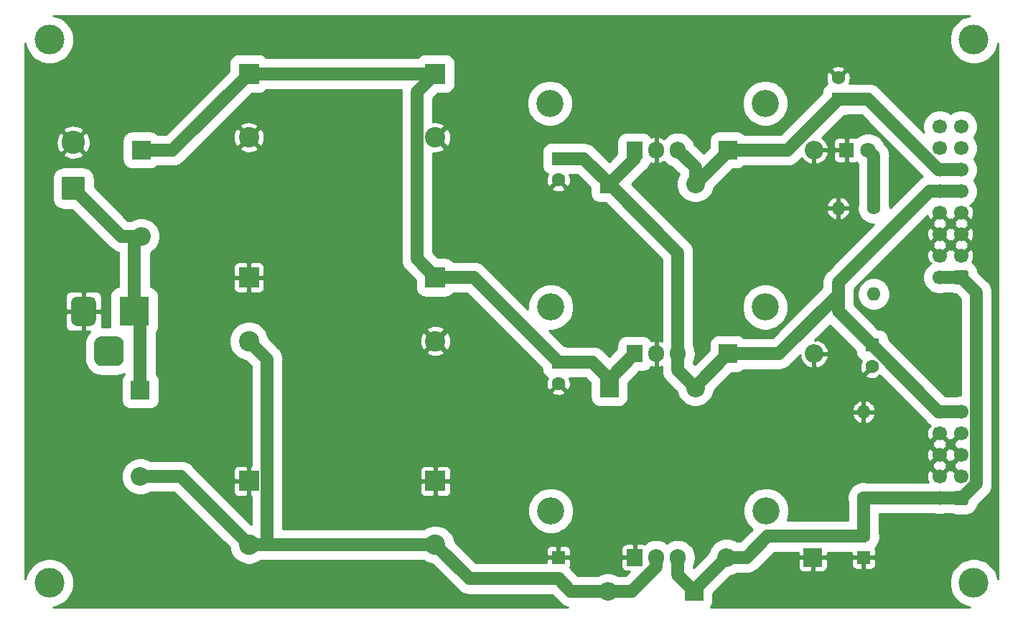
<source format=gbr>
%TF.GenerationSoftware,KiCad,Pcbnew,5.1.10-88a1d61d58~88~ubuntu20.10.1*%
%TF.CreationDate,2021-05-16T15:10:54+02:00*%
%TF.ProjectId,eurorack-psu,6575726f-7261-4636-9b2d-7073752e6b69,v1.0.0*%
%TF.SameCoordinates,Original*%
%TF.FileFunction,Copper,L2,Bot*%
%TF.FilePolarity,Positive*%
%FSLAX46Y46*%
G04 Gerber Fmt 4.6, Leading zero omitted, Abs format (unit mm)*
G04 Created by KiCad (PCBNEW 5.1.10-88a1d61d58~88~ubuntu20.10.1) date 2021-05-16 15:10:54*
%MOMM*%
%LPD*%
G01*
G04 APERTURE LIST*
%TA.AperFunction,ComponentPad*%
%ADD10C,1.600000*%
%TD*%
%TA.AperFunction,ComponentPad*%
%ADD11R,1.600000X1.600000*%
%TD*%
%TA.AperFunction,ComponentPad*%
%ADD12C,1.700000*%
%TD*%
%TA.AperFunction,ComponentPad*%
%ADD13C,2.750000*%
%TD*%
%TA.AperFunction,ComponentPad*%
%ADD14C,1.800000*%
%TD*%
%TA.AperFunction,ComponentPad*%
%ADD15R,1.800000X1.800000*%
%TD*%
%TA.AperFunction,ComponentPad*%
%ADD16R,3.500000X3.500000*%
%TD*%
%TA.AperFunction,ComponentPad*%
%ADD17O,1.905000X2.000000*%
%TD*%
%TA.AperFunction,ComponentPad*%
%ADD18R,1.905000X2.000000*%
%TD*%
%TA.AperFunction,ComponentPad*%
%ADD19O,1.600000X1.600000*%
%TD*%
%TA.AperFunction,ComponentPad*%
%ADD20O,2.200000X2.200000*%
%TD*%
%TA.AperFunction,ComponentPad*%
%ADD21R,2.200000X2.200000*%
%TD*%
%TA.AperFunction,ComponentPad*%
%ADD22C,2.400000*%
%TD*%
%TA.AperFunction,ComponentPad*%
%ADD23R,2.400000X2.400000*%
%TD*%
%TA.AperFunction,ViaPad*%
%ADD24C,3.500000*%
%TD*%
%TA.AperFunction,ViaPad*%
%ADD25C,3.200000*%
%TD*%
%TA.AperFunction,Conductor*%
%ADD26C,1.524000*%
%TD*%
%TA.AperFunction,Conductor*%
%ADD27C,0.254000*%
%TD*%
%TA.AperFunction,Conductor*%
%ADD28C,0.100000*%
%TD*%
G04 APERTURE END LIST*
D10*
%TO.P,C12,2*%
%TO.N,GND*%
X171000000Y-89500000D03*
D11*
%TO.P,C12,1*%
%TO.N,+5V*%
X171000000Y-92000000D03*
%TD*%
D10*
%TO.P,C10,2*%
%TO.N,-12V*%
X174000000Y-143500000D03*
D11*
%TO.P,C10,1*%
%TO.N,GND*%
X174000000Y-146000000D03*
%TD*%
D10*
%TO.P,C9,2*%
%TO.N,GND*%
X175000000Y-123500000D03*
D11*
%TO.P,C9,1*%
%TO.N,+12V*%
X175000000Y-121000000D03*
%TD*%
D10*
%TO.P,C7,2*%
%TO.N,GND*%
X138000000Y-125500000D03*
D11*
%TO.P,C7,1*%
%TO.N,Net-(C1-Pad1)*%
X138000000Y-123000000D03*
%TD*%
D12*
%TO.P,J4,10*%
%TO.N,+12V*%
X182945202Y-128840000D03*
%TO.P,J4,8*%
%TO.N,GND*%
X182945202Y-131380000D03*
%TO.P,J4,6*%
X182945202Y-133920000D03*
%TO.P,J4,4*%
X182945202Y-136460000D03*
%TO.P,J4,2*%
%TO.N,-12V*%
X182945202Y-139000000D03*
%TO.P,J4,9*%
%TO.N,+12V*%
X185485202Y-128840000D03*
%TO.P,J4,7*%
%TO.N,GND*%
X185485202Y-131380000D03*
%TO.P,J4,5*%
X185485202Y-133920000D03*
%TO.P,J4,3*%
X185485202Y-136460000D03*
%TO.P,J4,1*%
%TO.N,-12V*%
%TA.AperFunction,ComponentPad*%
G36*
G01*
X186335202Y-138400000D02*
X186335202Y-139600000D01*
G75*
G02*
X186085202Y-139850000I-250000J0D01*
G01*
X184885202Y-139850000D01*
G75*
G02*
X184635202Y-139600000I0J250000D01*
G01*
X184635202Y-138400000D01*
G75*
G02*
X184885202Y-138150000I250000J0D01*
G01*
X186085202Y-138150000D01*
G75*
G02*
X186335202Y-138400000I0J-250000D01*
G01*
G37*
%TD.AperFunction*%
%TD*%
D13*
%TO.P,J3,2*%
%TO.N,GND*%
X80800000Y-97100000D03*
%TO.P,J3,1*%
%TO.N,Net-(D1-Pad2)*%
%TA.AperFunction,ComponentPad*%
G36*
G01*
X81925002Y-103875000D02*
X79674998Y-103875000D01*
G75*
G02*
X79425000Y-103625002I0J249998D01*
G01*
X79425000Y-101374998D01*
G75*
G02*
X79674998Y-101125000I249998J0D01*
G01*
X81925002Y-101125000D01*
G75*
G02*
X82175000Y-101374998I0J-249998D01*
G01*
X82175000Y-103625002D01*
G75*
G02*
X81925002Y-103875000I-249998J0D01*
G01*
G37*
%TD.AperFunction*%
%TD*%
D10*
%TO.P,C11,2*%
%TO.N,GND*%
X138000000Y-101500000D03*
D11*
%TO.P,C11,1*%
%TO.N,+12V*%
X138000000Y-99000000D03*
%TD*%
D14*
%TO.P,D9,2*%
%TO.N,Net-(D9-Pad2)*%
X174540000Y-98000000D03*
D15*
%TO.P,D9,1*%
%TO.N,GND*%
X172000000Y-98000000D03*
%TD*%
%TO.P,J1,3*%
%TO.N,N/C*%
%TA.AperFunction,ComponentPad*%
G36*
G01*
X83250000Y-122575000D02*
X83250000Y-120825000D01*
G75*
G02*
X84125000Y-119950000I875000J0D01*
G01*
X85875000Y-119950000D01*
G75*
G02*
X86750000Y-120825000I0J-875000D01*
G01*
X86750000Y-122575000D01*
G75*
G02*
X85875000Y-123450000I-875000J0D01*
G01*
X84125000Y-123450000D01*
G75*
G02*
X83250000Y-122575000I0J875000D01*
G01*
G37*
%TD.AperFunction*%
%TO.P,J1,2*%
%TO.N,GND*%
%TA.AperFunction,ComponentPad*%
G36*
G01*
X80500000Y-118000000D02*
X80500000Y-116000000D01*
G75*
G02*
X81250000Y-115250000I750000J0D01*
G01*
X82750000Y-115250000D01*
G75*
G02*
X83500000Y-116000000I0J-750000D01*
G01*
X83500000Y-118000000D01*
G75*
G02*
X82750000Y-118750000I-750000J0D01*
G01*
X81250000Y-118750000D01*
G75*
G02*
X80500000Y-118000000I0J750000D01*
G01*
G37*
%TD.AperFunction*%
D16*
%TO.P,J1,1*%
%TO.N,Net-(D1-Pad2)*%
X88000000Y-117000000D03*
%TD*%
D17*
%TO.P,U3,3*%
%TO.N,+5V*%
X152080000Y-98000000D03*
%TO.P,U3,2*%
%TO.N,GND*%
X149540000Y-98000000D03*
D18*
%TO.P,U3,1*%
%TO.N,+12V*%
X147000000Y-98000000D03*
%TD*%
D17*
%TO.P,U2,3*%
%TO.N,-12V*%
X152080000Y-146000000D03*
%TO.P,U2,2*%
%TO.N,Net-(C2-Pad2)*%
X149540000Y-146000000D03*
D18*
%TO.P,U2,1*%
%TO.N,GND*%
X147000000Y-146000000D03*
%TD*%
D17*
%TO.P,U1,3*%
%TO.N,+12V*%
X152080000Y-122000000D03*
%TO.P,U1,2*%
%TO.N,GND*%
X149540000Y-122000000D03*
D18*
%TO.P,U1,1*%
%TO.N,Net-(C1-Pad1)*%
X147000000Y-122000000D03*
%TD*%
D19*
%TO.P,R3,2*%
%TO.N,+5V*%
X175200000Y-114960000D03*
D10*
%TO.P,R3,1*%
%TO.N,Net-(D9-Pad2)*%
X175200000Y-104800000D03*
%TD*%
D19*
%TO.P,R2,2*%
%TO.N,GND*%
X174000000Y-128840000D03*
D10*
%TO.P,R2,1*%
%TO.N,-12V*%
X174000000Y-139000000D03*
%TD*%
D19*
%TO.P,R1,2*%
%TO.N,GND*%
X171000000Y-104840000D03*
D10*
%TO.P,R1,1*%
%TO.N,+12V*%
X171000000Y-115000000D03*
%TD*%
D12*
%TO.P,J2,16*%
%TO.N,Net-(J2-Pad16)*%
X182960000Y-95220000D03*
%TO.P,J2,14*%
%TO.N,Net-(J2-Pad14)*%
X182960000Y-97760000D03*
%TO.P,J2,12*%
%TO.N,+5V*%
X182960000Y-100300000D03*
%TO.P,J2,10*%
%TO.N,+12V*%
X182960000Y-102840000D03*
%TO.P,J2,8*%
%TO.N,GND*%
X182960000Y-105380000D03*
%TO.P,J2,6*%
X182960000Y-107920000D03*
%TO.P,J2,4*%
X182960000Y-110460000D03*
%TO.P,J2,2*%
%TO.N,-12V*%
X182960000Y-113000000D03*
%TO.P,J2,15*%
%TO.N,Net-(J2-Pad15)*%
X185500000Y-95220000D03*
%TO.P,J2,13*%
%TO.N,Net-(J2-Pad13)*%
X185500000Y-97760000D03*
%TO.P,J2,11*%
%TO.N,+5V*%
X185500000Y-100300000D03*
%TO.P,J2,9*%
%TO.N,+12V*%
X185500000Y-102840000D03*
%TO.P,J2,7*%
%TO.N,GND*%
X185500000Y-105380000D03*
%TO.P,J2,5*%
X185500000Y-107920000D03*
%TO.P,J2,3*%
X185500000Y-110460000D03*
%TO.P,J2,1*%
%TO.N,-12V*%
%TA.AperFunction,ComponentPad*%
G36*
G01*
X186350000Y-112400000D02*
X186350000Y-113600000D01*
G75*
G02*
X186100000Y-113850000I-250000J0D01*
G01*
X184900000Y-113850000D01*
G75*
G02*
X184650000Y-113600000I0J250000D01*
G01*
X184650000Y-112400000D01*
G75*
G02*
X184900000Y-112150000I250000J0D01*
G01*
X186100000Y-112150000D01*
G75*
G02*
X186350000Y-112400000I0J-250000D01*
G01*
G37*
%TD.AperFunction*%
%TD*%
D20*
%TO.P,D8,2*%
%TO.N,GND*%
X168160000Y-98000000D03*
D21*
%TO.P,D8,1*%
%TO.N,+5V*%
X158000000Y-98000000D03*
%TD*%
D20*
%TO.P,D7,2*%
%TO.N,+5V*%
X154160000Y-102000000D03*
D21*
%TO.P,D7,1*%
%TO.N,+12V*%
X144000000Y-102000000D03*
%TD*%
D20*
%TO.P,D6,2*%
%TO.N,-12V*%
X157840000Y-146000000D03*
D21*
%TO.P,D6,1*%
%TO.N,GND*%
X168000000Y-146000000D03*
%TD*%
D20*
%TO.P,D5,2*%
%TO.N,GND*%
X168160000Y-122000000D03*
D21*
%TO.P,D5,1*%
%TO.N,+12V*%
X158000000Y-122000000D03*
%TD*%
D20*
%TO.P,D4,2*%
%TO.N,Net-(C2-Pad2)*%
X143840000Y-150000000D03*
D21*
%TO.P,D4,1*%
%TO.N,-12V*%
X154000000Y-150000000D03*
%TD*%
D20*
%TO.P,D3,2*%
%TO.N,+12V*%
X154160000Y-126000000D03*
D21*
%TO.P,D3,1*%
%TO.N,Net-(C1-Pad1)*%
X144000000Y-126000000D03*
%TD*%
D20*
%TO.P,D2,2*%
%TO.N,Net-(C2-Pad2)*%
X88700000Y-136460000D03*
D21*
%TO.P,D2,1*%
%TO.N,Net-(D1-Pad2)*%
X88700000Y-126300000D03*
%TD*%
D20*
%TO.P,D1,2*%
%TO.N,Net-(D1-Pad2)*%
X88800000Y-108160000D03*
D21*
%TO.P,D1,1*%
%TO.N,Net-(C1-Pad1)*%
X88800000Y-98000000D03*
%TD*%
D10*
%TO.P,C8,2*%
%TO.N,Net-(C2-Pad2)*%
X138000000Y-148500000D03*
D11*
%TO.P,C8,1*%
%TO.N,GND*%
X138000000Y-146000000D03*
%TD*%
D22*
%TO.P,C6,2*%
%TO.N,Net-(C2-Pad2)*%
X123500000Y-144500000D03*
D23*
%TO.P,C6,1*%
%TO.N,GND*%
X123500000Y-137000000D03*
%TD*%
D22*
%TO.P,C5,2*%
%TO.N,GND*%
X101500000Y-96500000D03*
D23*
%TO.P,C5,1*%
%TO.N,Net-(C1-Pad1)*%
X101500000Y-89000000D03*
%TD*%
D22*
%TO.P,C4,2*%
%TO.N,Net-(C2-Pad2)*%
X101500000Y-144500000D03*
D23*
%TO.P,C4,1*%
%TO.N,GND*%
X101500000Y-137000000D03*
%TD*%
D22*
%TO.P,C3,2*%
%TO.N,GND*%
X123500000Y-96500000D03*
D23*
%TO.P,C3,1*%
%TO.N,Net-(C1-Pad1)*%
X123500000Y-89000000D03*
%TD*%
D22*
%TO.P,C2,2*%
%TO.N,Net-(C2-Pad2)*%
X101500000Y-120500000D03*
D23*
%TO.P,C2,1*%
%TO.N,GND*%
X101500000Y-113000000D03*
%TD*%
D22*
%TO.P,C1,2*%
%TO.N,GND*%
X123500000Y-120500000D03*
D23*
%TO.P,C1,1*%
%TO.N,Net-(C1-Pad1)*%
X123500000Y-113000000D03*
%TD*%
D24*
%TO.N,*%
X78000000Y-85000000D03*
X187000000Y-85000000D03*
X187000000Y-149000000D03*
X78000000Y-149000000D03*
D25*
X137100000Y-140500000D03*
X162500000Y-140500000D03*
X162400000Y-116500000D03*
X137100000Y-116500000D03*
X162400000Y-92500000D03*
X137000000Y-92500000D03*
%TD*%
D26*
%TO.N,Net-(C1-Pad1)*%
X101500000Y-89000000D02*
X123500000Y-89000000D01*
X121337999Y-91162001D02*
X121337999Y-110837999D01*
X121337999Y-110837999D02*
X123500000Y-113000000D01*
X123500000Y-89000000D02*
X121337999Y-91162001D01*
X144000000Y-125000000D02*
X147000000Y-122000000D01*
X144000000Y-126000000D02*
X144000000Y-125000000D01*
X92500000Y-98000000D02*
X101500000Y-89000000D01*
X88800000Y-98000000D02*
X92500000Y-98000000D01*
X128000000Y-113000000D02*
X138000000Y-123000000D01*
X123500000Y-113000000D02*
X128000000Y-113000000D01*
X142000000Y-123000000D02*
X144000000Y-125000000D01*
X138000000Y-123000000D02*
X142000000Y-123000000D01*
%TO.N,Net-(C2-Pad2)*%
X101160000Y-144160000D02*
X101500000Y-144500000D01*
X149540000Y-147144102D02*
X149540000Y-146000000D01*
X146684102Y-150000000D02*
X149540000Y-147144102D01*
X143840000Y-150000000D02*
X146684102Y-150000000D01*
X103662001Y-144337999D02*
X103500000Y-144500000D01*
X103662001Y-122662001D02*
X103662001Y-144337999D01*
X101500000Y-120500000D02*
X103662001Y-122662001D01*
X103500000Y-144500000D02*
X123500000Y-144500000D01*
X101500000Y-144500000D02*
X103500000Y-144500000D01*
X93460000Y-136460000D02*
X101500000Y-144500000D01*
X88700000Y-136460000D02*
X93460000Y-136460000D01*
X127500000Y-148500000D02*
X138000000Y-148500000D01*
X123500000Y-144500000D02*
X127500000Y-148500000D01*
X139500000Y-150000000D02*
X138000000Y-148500000D01*
X143840000Y-150000000D02*
X139500000Y-150000000D01*
%TO.N,+12V*%
X152080000Y-123920000D02*
X154160000Y-126000000D01*
X152080000Y-122000000D02*
X152080000Y-123920000D01*
X154160000Y-125840000D02*
X158000000Y-122000000D01*
X154160000Y-126000000D02*
X154160000Y-125840000D01*
X164000000Y-122000000D02*
X171000000Y-115000000D01*
X158000000Y-122000000D02*
X164000000Y-122000000D01*
X147000000Y-99000000D02*
X144000000Y-102000000D01*
X147000000Y-98000000D02*
X147000000Y-99000000D01*
X152080000Y-110080000D02*
X152080000Y-122000000D01*
X144000000Y-102000000D02*
X152080000Y-110080000D01*
X185500000Y-102840000D02*
X182960000Y-102840000D01*
X171000000Y-113597919D02*
X171000000Y-115000000D01*
X181757919Y-102840000D02*
X171000000Y-113597919D01*
X182960000Y-102840000D02*
X181757919Y-102840000D01*
X185485202Y-128840000D02*
X182945202Y-128840000D01*
X182840000Y-128840000D02*
X175000000Y-121000000D01*
X182945202Y-128840000D02*
X182840000Y-128840000D01*
X171000000Y-117000000D02*
X175000000Y-121000000D01*
X171000000Y-115000000D02*
X171000000Y-117000000D01*
X141000000Y-99000000D02*
X144000000Y-102000000D01*
X138000000Y-99000000D02*
X141000000Y-99000000D01*
%TO.N,-12V*%
X152080000Y-148080000D02*
X154000000Y-150000000D01*
X152080000Y-146000000D02*
X152080000Y-148080000D01*
X154000000Y-149840000D02*
X157840000Y-146000000D01*
X154000000Y-150000000D02*
X154000000Y-149840000D01*
X174000000Y-143500000D02*
X174000000Y-139000000D01*
X160199762Y-146000000D02*
X162699762Y-143500000D01*
X162699762Y-143500000D02*
X174000000Y-143500000D01*
X157840000Y-146000000D02*
X160199762Y-146000000D01*
X174000000Y-139000000D02*
X182945202Y-139000000D01*
X182945202Y-139000000D02*
X185485202Y-139000000D01*
X182960000Y-113000000D02*
X185500000Y-113000000D01*
X185626964Y-139000000D02*
X185485202Y-139000000D01*
X187297203Y-137329761D02*
X185626964Y-139000000D01*
X187297203Y-114797203D02*
X187297203Y-137329761D01*
X185500000Y-113000000D02*
X187297203Y-114797203D01*
%TO.N,+5V*%
X158000000Y-98160000D02*
X154160000Y-102000000D01*
X158000000Y-98000000D02*
X158000000Y-98160000D01*
X158240000Y-98000000D02*
X158000000Y-98000000D01*
X154160000Y-100080000D02*
X152080000Y-98000000D01*
X154160000Y-102000000D02*
X154160000Y-100080000D01*
X165000000Y-98000000D02*
X171000000Y-92000000D01*
X158000000Y-98000000D02*
X165000000Y-98000000D01*
X182818238Y-100300000D02*
X182960000Y-100300000D01*
X174518238Y-92000000D02*
X182818238Y-100300000D01*
X171000000Y-92000000D02*
X174518238Y-92000000D01*
X182960000Y-100300000D02*
X185500000Y-100300000D01*
%TO.N,Net-(D1-Pad2)*%
X86460000Y-108160000D02*
X80800000Y-102500000D01*
X88800000Y-108160000D02*
X86460000Y-108160000D01*
X88000000Y-108960000D02*
X88800000Y-108160000D01*
X88000000Y-117000000D02*
X88000000Y-108960000D01*
X88700000Y-117700000D02*
X88000000Y-117000000D01*
X88700000Y-126300000D02*
X88700000Y-117700000D01*
%TO.N,Net-(D9-Pad2)*%
X175200000Y-98660000D02*
X174540000Y-98000000D01*
X175200000Y-104800000D02*
X175200000Y-98660000D01*
%TD*%
D27*
%TO.N,GND*%
X186160810Y-82233561D02*
X185637229Y-82450435D01*
X185166019Y-82765288D01*
X184765288Y-83166019D01*
X184450435Y-83637229D01*
X184233561Y-84160810D01*
X184123000Y-84716640D01*
X184123000Y-85283360D01*
X184233561Y-85839190D01*
X184450435Y-86362771D01*
X184765288Y-86833981D01*
X185166019Y-87234712D01*
X185637229Y-87549565D01*
X186160810Y-87766439D01*
X186716640Y-87877000D01*
X187283360Y-87877000D01*
X187839190Y-87766439D01*
X188362771Y-87549565D01*
X188833981Y-87234712D01*
X189234712Y-86833981D01*
X189549565Y-86362771D01*
X189766439Y-85839190D01*
X189848000Y-85429153D01*
X189848001Y-148570851D01*
X189766439Y-148160810D01*
X189549565Y-147637229D01*
X189234712Y-147166019D01*
X188833981Y-146765288D01*
X188362771Y-146450435D01*
X187839190Y-146233561D01*
X187283360Y-146123000D01*
X186716640Y-146123000D01*
X186160810Y-146233561D01*
X185637229Y-146450435D01*
X185166019Y-146765288D01*
X184765288Y-147166019D01*
X184450435Y-147637229D01*
X184233561Y-148160810D01*
X184123000Y-148716640D01*
X184123000Y-149283360D01*
X184233561Y-149839190D01*
X184450435Y-150362771D01*
X184765288Y-150833981D01*
X185166019Y-151234712D01*
X185637229Y-151549565D01*
X186160810Y-151766439D01*
X186570847Y-151848000D01*
X155944068Y-151848000D01*
X156041600Y-151729157D01*
X156146250Y-151533371D01*
X156210693Y-151320931D01*
X156232453Y-151100000D01*
X156232453Y-150278995D01*
X158340344Y-148171105D01*
X158489592Y-148141418D01*
X158894880Y-147973542D01*
X159021406Y-147889000D01*
X160106964Y-147889000D01*
X160199762Y-147898140D01*
X160292560Y-147889000D01*
X160292563Y-147889000D01*
X160570071Y-147861668D01*
X160926149Y-147753653D01*
X161254312Y-147578246D01*
X161541950Y-147342188D01*
X161601115Y-147270095D01*
X161771210Y-147100000D01*
X166261928Y-147100000D01*
X166274188Y-147224482D01*
X166310498Y-147344180D01*
X166369463Y-147454494D01*
X166448815Y-147551185D01*
X166545506Y-147630537D01*
X166655820Y-147689502D01*
X166775518Y-147725812D01*
X166900000Y-147738072D01*
X167714250Y-147735000D01*
X167873000Y-147576250D01*
X167873000Y-146127000D01*
X168127000Y-146127000D01*
X168127000Y-147576250D01*
X168285750Y-147735000D01*
X169100000Y-147738072D01*
X169224482Y-147725812D01*
X169344180Y-147689502D01*
X169454494Y-147630537D01*
X169551185Y-147551185D01*
X169630537Y-147454494D01*
X169689502Y-147344180D01*
X169725812Y-147224482D01*
X169738072Y-147100000D01*
X169736941Y-146800000D01*
X172561928Y-146800000D01*
X172574188Y-146924482D01*
X172610498Y-147044180D01*
X172669463Y-147154494D01*
X172748815Y-147251185D01*
X172845506Y-147330537D01*
X172955820Y-147389502D01*
X173075518Y-147425812D01*
X173200000Y-147438072D01*
X173714250Y-147435000D01*
X173873000Y-147276250D01*
X173873000Y-146127000D01*
X174127000Y-146127000D01*
X174127000Y-147276250D01*
X174285750Y-147435000D01*
X174800000Y-147438072D01*
X174924482Y-147425812D01*
X175044180Y-147389502D01*
X175154494Y-147330537D01*
X175251185Y-147251185D01*
X175330537Y-147154494D01*
X175389502Y-147044180D01*
X175425812Y-146924482D01*
X175438072Y-146800000D01*
X175435000Y-146285750D01*
X175276250Y-146127000D01*
X174127000Y-146127000D01*
X173873000Y-146127000D01*
X172723750Y-146127000D01*
X172565000Y-146285750D01*
X172561928Y-146800000D01*
X169736941Y-146800000D01*
X169735000Y-146285750D01*
X169576250Y-146127000D01*
X168127000Y-146127000D01*
X167873000Y-146127000D01*
X166423750Y-146127000D01*
X166265000Y-146285750D01*
X166261928Y-147100000D01*
X161771210Y-147100000D01*
X163482211Y-145389000D01*
X166263773Y-145389000D01*
X166265000Y-145714250D01*
X166423750Y-145873000D01*
X167873000Y-145873000D01*
X167873000Y-145853000D01*
X168127000Y-145853000D01*
X168127000Y-145873000D01*
X169576250Y-145873000D01*
X169735000Y-145714250D01*
X169736227Y-145389000D01*
X172563057Y-145389000D01*
X172565000Y-145714250D01*
X172723750Y-145873000D01*
X173873000Y-145873000D01*
X173873000Y-145853000D01*
X174127000Y-145853000D01*
X174127000Y-145873000D01*
X175276250Y-145873000D01*
X175435000Y-145714250D01*
X175438072Y-145200000D01*
X175425812Y-145075518D01*
X175389502Y-144955820D01*
X175347656Y-144877534D01*
X175496799Y-144728391D01*
X175707685Y-144412777D01*
X175852947Y-144062085D01*
X175927000Y-143689793D01*
X175927000Y-143310207D01*
X175889000Y-143119167D01*
X175889000Y-140889000D01*
X182339501Y-140889000D01*
X182368532Y-140901025D01*
X182750484Y-140977000D01*
X183139920Y-140977000D01*
X183521872Y-140901025D01*
X183550903Y-140889000D01*
X184394993Y-140889000D01*
X184615499Y-140955890D01*
X184885202Y-140982453D01*
X186085202Y-140982453D01*
X186354905Y-140955890D01*
X186614244Y-140877220D01*
X186853252Y-140749468D01*
X187062744Y-140577542D01*
X187234670Y-140368050D01*
X187362422Y-140129042D01*
X187441092Y-139869703D01*
X187442445Y-139855968D01*
X188567308Y-138731106D01*
X188639391Y-138671949D01*
X188875449Y-138384311D01*
X189050856Y-138056148D01*
X189158871Y-137700070D01*
X189186203Y-137422562D01*
X189195343Y-137329761D01*
X189186203Y-137236960D01*
X189186203Y-114890004D01*
X189195343Y-114797203D01*
X189158871Y-114426894D01*
X189050856Y-114070816D01*
X188875449Y-113742653D01*
X188698548Y-113527098D01*
X188698547Y-113527097D01*
X188639391Y-113455015D01*
X188567308Y-113395858D01*
X187472730Y-112301282D01*
X187455890Y-112130297D01*
X187377220Y-111870958D01*
X187249468Y-111631950D01*
X187077542Y-111422458D01*
X186868050Y-111250532D01*
X186788506Y-111208015D01*
X186903371Y-110967117D01*
X186975339Y-110683589D01*
X186990611Y-110391469D01*
X186948599Y-110101981D01*
X186850919Y-109826253D01*
X186777472Y-109688843D01*
X186528397Y-109611208D01*
X185679605Y-110460000D01*
X185693748Y-110474143D01*
X185514143Y-110653748D01*
X185500000Y-110639605D01*
X185485858Y-110653748D01*
X185306253Y-110474143D01*
X185320395Y-110460000D01*
X184471603Y-109611208D01*
X184230000Y-109686514D01*
X183988397Y-109611208D01*
X183139605Y-110460000D01*
X183153748Y-110474143D01*
X182974143Y-110653748D01*
X182960000Y-110639605D01*
X182945858Y-110653748D01*
X182766253Y-110474143D01*
X182780395Y-110460000D01*
X181931603Y-109611208D01*
X181682528Y-109688843D01*
X181556629Y-109952883D01*
X181484661Y-110236411D01*
X181469389Y-110528531D01*
X181511401Y-110818019D01*
X181609081Y-111093747D01*
X181682528Y-111231157D01*
X181931601Y-111308791D01*
X181929657Y-111310735D01*
X181699736Y-111464364D01*
X181424364Y-111739736D01*
X181208005Y-112063539D01*
X181058975Y-112423330D01*
X180983000Y-112805282D01*
X180983000Y-113194718D01*
X181058975Y-113576670D01*
X181208005Y-113936461D01*
X181424364Y-114260264D01*
X181699736Y-114535636D01*
X182023539Y-114751995D01*
X182383330Y-114901025D01*
X182765282Y-114977000D01*
X183154718Y-114977000D01*
X183536670Y-114901025D01*
X183565701Y-114889000D01*
X184409791Y-114889000D01*
X184630297Y-114955890D01*
X184801282Y-114972730D01*
X185408203Y-115579652D01*
X185408204Y-126863000D01*
X185290484Y-126863000D01*
X184908532Y-126938975D01*
X184879501Y-126951000D01*
X183622449Y-126951000D01*
X176932453Y-120261005D01*
X176932453Y-120200000D01*
X176910693Y-119979069D01*
X176846250Y-119766629D01*
X176741600Y-119570843D01*
X176600765Y-119399235D01*
X176429157Y-119258400D01*
X176233371Y-119153750D01*
X176020931Y-119089307D01*
X175800000Y-119067547D01*
X175738996Y-119067547D01*
X172889000Y-116217552D01*
X172889000Y-115380833D01*
X172927000Y-115189793D01*
X172927000Y-114810207D01*
X172919044Y-114770207D01*
X173273000Y-114770207D01*
X173273000Y-115149793D01*
X173347053Y-115522085D01*
X173492315Y-115872777D01*
X173703201Y-116188391D01*
X173971609Y-116456799D01*
X174287223Y-116667685D01*
X174637915Y-116812947D01*
X175010207Y-116887000D01*
X175389793Y-116887000D01*
X175762085Y-116812947D01*
X176112777Y-116667685D01*
X176428391Y-116456799D01*
X176696799Y-116188391D01*
X176907685Y-115872777D01*
X177052947Y-115522085D01*
X177127000Y-115149793D01*
X177127000Y-114770207D01*
X177052947Y-114397915D01*
X176907685Y-114047223D01*
X176696799Y-113731609D01*
X176428391Y-113463201D01*
X176112777Y-113252315D01*
X175762085Y-113107053D01*
X175389793Y-113033000D01*
X175010207Y-113033000D01*
X174637915Y-113107053D01*
X174287223Y-113252315D01*
X173971609Y-113463201D01*
X173703201Y-113731609D01*
X173492315Y-114047223D01*
X173347053Y-114397915D01*
X173273000Y-114770207D01*
X172919044Y-114770207D01*
X172889000Y-114619167D01*
X172889000Y-114380367D01*
X178320970Y-108948397D01*
X182111208Y-108948397D01*
X182186514Y-109190000D01*
X182111208Y-109431603D01*
X182960000Y-110280395D01*
X183808792Y-109431603D01*
X183733486Y-109190000D01*
X183808792Y-108948397D01*
X184651208Y-108948397D01*
X184726514Y-109190000D01*
X184651208Y-109431603D01*
X185500000Y-110280395D01*
X186348792Y-109431603D01*
X186273486Y-109190000D01*
X186348792Y-108948397D01*
X185500000Y-108099605D01*
X184651208Y-108948397D01*
X183808792Y-108948397D01*
X182960000Y-108099605D01*
X182111208Y-108948397D01*
X178320970Y-108948397D01*
X179280836Y-107988531D01*
X181469389Y-107988531D01*
X181511401Y-108278019D01*
X181609081Y-108553747D01*
X181682528Y-108691157D01*
X181931603Y-108768792D01*
X182780395Y-107920000D01*
X183139605Y-107920000D01*
X183988397Y-108768792D01*
X184230000Y-108693486D01*
X184471603Y-108768792D01*
X185320395Y-107920000D01*
X185679605Y-107920000D01*
X186528397Y-108768792D01*
X186777472Y-108691157D01*
X186903371Y-108427117D01*
X186975339Y-108143589D01*
X186990611Y-107851469D01*
X186948599Y-107561981D01*
X186850919Y-107286253D01*
X186777472Y-107148843D01*
X186528397Y-107071208D01*
X185679605Y-107920000D01*
X185320395Y-107920000D01*
X184471603Y-107071208D01*
X184230000Y-107146514D01*
X183988397Y-107071208D01*
X183139605Y-107920000D01*
X182780395Y-107920000D01*
X181931603Y-107071208D01*
X181682528Y-107148843D01*
X181556629Y-107412883D01*
X181484661Y-107696411D01*
X181469389Y-107988531D01*
X179280836Y-107988531D01*
X180860970Y-106408397D01*
X182111208Y-106408397D01*
X182186514Y-106650000D01*
X182111208Y-106891603D01*
X182960000Y-107740395D01*
X183808792Y-106891603D01*
X183733486Y-106650000D01*
X183808792Y-106408397D01*
X184651208Y-106408397D01*
X184726514Y-106650000D01*
X184651208Y-106891603D01*
X185500000Y-107740395D01*
X186348792Y-106891603D01*
X186273486Y-106650000D01*
X186348792Y-106408397D01*
X185500000Y-105559605D01*
X184651208Y-106408397D01*
X183808792Y-106408397D01*
X182960000Y-105559605D01*
X182111208Y-106408397D01*
X180860970Y-106408397D01*
X181516619Y-105752749D01*
X181609081Y-106013747D01*
X181682528Y-106151157D01*
X181931603Y-106228792D01*
X182780395Y-105380000D01*
X182766253Y-105365858D01*
X182945858Y-105186253D01*
X182960000Y-105200395D01*
X182974143Y-105186253D01*
X183153748Y-105365858D01*
X183139605Y-105380000D01*
X183988397Y-106228792D01*
X184230000Y-106153486D01*
X184471603Y-106228792D01*
X185320395Y-105380000D01*
X185306253Y-105365858D01*
X185485858Y-105186253D01*
X185500000Y-105200395D01*
X185514143Y-105186253D01*
X185693748Y-105365858D01*
X185679605Y-105380000D01*
X186528397Y-106228792D01*
X186777472Y-106151157D01*
X186903371Y-105887117D01*
X186975339Y-105603589D01*
X186990611Y-105311469D01*
X186948599Y-105021981D01*
X186850919Y-104746253D01*
X186777472Y-104608843D01*
X186528399Y-104531209D01*
X186530343Y-104529265D01*
X186760264Y-104375636D01*
X187035636Y-104100264D01*
X187251995Y-103776461D01*
X187401025Y-103416670D01*
X187477000Y-103034718D01*
X187477000Y-102645282D01*
X187401025Y-102263330D01*
X187251995Y-101903539D01*
X187035636Y-101579736D01*
X187025900Y-101570000D01*
X187035636Y-101560264D01*
X187251995Y-101236461D01*
X187401025Y-100876670D01*
X187477000Y-100494718D01*
X187477000Y-100105282D01*
X187401025Y-99723330D01*
X187251995Y-99363539D01*
X187035636Y-99039736D01*
X187025900Y-99030000D01*
X187035636Y-99020264D01*
X187251995Y-98696461D01*
X187401025Y-98336670D01*
X187477000Y-97954718D01*
X187477000Y-97565282D01*
X187401025Y-97183330D01*
X187251995Y-96823539D01*
X187035636Y-96499736D01*
X187025900Y-96490000D01*
X187035636Y-96480264D01*
X187251995Y-96156461D01*
X187401025Y-95796670D01*
X187477000Y-95414718D01*
X187477000Y-95025282D01*
X187401025Y-94643330D01*
X187251995Y-94283539D01*
X187035636Y-93959736D01*
X186760264Y-93684364D01*
X186436461Y-93468005D01*
X186076670Y-93318975D01*
X185694718Y-93243000D01*
X185305282Y-93243000D01*
X184923330Y-93318975D01*
X184563539Y-93468005D01*
X184239736Y-93684364D01*
X184230000Y-93694100D01*
X184220264Y-93684364D01*
X183896461Y-93468005D01*
X183536670Y-93318975D01*
X183154718Y-93243000D01*
X182765282Y-93243000D01*
X182383330Y-93318975D01*
X182023539Y-93468005D01*
X181699736Y-93684364D01*
X181424364Y-93959736D01*
X181208005Y-94283539D01*
X181058975Y-94643330D01*
X180983000Y-95025282D01*
X180983000Y-95414718D01*
X181058975Y-95796670D01*
X181110323Y-95920636D01*
X175919591Y-90729905D01*
X175860426Y-90657812D01*
X175572788Y-90421754D01*
X175244625Y-90246347D01*
X174888547Y-90138332D01*
X174611039Y-90111000D01*
X174611036Y-90111000D01*
X174518238Y-90101860D01*
X174425440Y-90111000D01*
X172298426Y-90111000D01*
X172357571Y-89986004D01*
X172426300Y-89711816D01*
X172440217Y-89429488D01*
X172398787Y-89149870D01*
X172303603Y-88883708D01*
X172236671Y-88758486D01*
X171992702Y-88686903D01*
X171179605Y-89500000D01*
X171193748Y-89514143D01*
X171014143Y-89693748D01*
X171000000Y-89679605D01*
X170985858Y-89693748D01*
X170806253Y-89514143D01*
X170820395Y-89500000D01*
X170007298Y-88686903D01*
X169763329Y-88758486D01*
X169642429Y-89013996D01*
X169573700Y-89288184D01*
X169559783Y-89570512D01*
X169601213Y-89850130D01*
X169696397Y-90116292D01*
X169727576Y-90174624D01*
X169570843Y-90258400D01*
X169399235Y-90399235D01*
X169258400Y-90570843D01*
X169153750Y-90766629D01*
X169089307Y-90979069D01*
X169067547Y-91200000D01*
X169067547Y-91261004D01*
X164217552Y-96111000D01*
X159910420Y-96111000D01*
X159900765Y-96099235D01*
X159729157Y-95958400D01*
X159533371Y-95853750D01*
X159320931Y-95789307D01*
X159100000Y-95767547D01*
X156900000Y-95767547D01*
X156679069Y-95789307D01*
X156466629Y-95853750D01*
X156270843Y-95958400D01*
X156099235Y-96099235D01*
X155958400Y-96270843D01*
X155853750Y-96466629D01*
X155789307Y-96679069D01*
X155767547Y-96900000D01*
X155767547Y-97721004D01*
X155120000Y-98368551D01*
X154056744Y-97305296D01*
X154010503Y-97152860D01*
X153817406Y-96791602D01*
X153557543Y-96474957D01*
X153240898Y-96215094D01*
X152879639Y-96021997D01*
X152487652Y-95903089D01*
X152080000Y-95862939D01*
X151672347Y-95903089D01*
X151280360Y-96021997D01*
X150919102Y-96215094D01*
X150602457Y-96474957D01*
X150451049Y-96659449D01*
X150406923Y-96624031D01*
X150131094Y-96480429D01*
X149912980Y-96409437D01*
X149667000Y-96529406D01*
X149667000Y-97873000D01*
X149687000Y-97873000D01*
X149687000Y-98127000D01*
X149667000Y-98127000D01*
X149667000Y-99470594D01*
X149912980Y-99590563D01*
X150131094Y-99519571D01*
X150406923Y-99375969D01*
X150451049Y-99340551D01*
X150602457Y-99525043D01*
X150919102Y-99784906D01*
X151280361Y-99978003D01*
X151432795Y-100024243D01*
X152253434Y-100844883D01*
X152186458Y-100945120D01*
X152018582Y-101350408D01*
X151933000Y-101780660D01*
X151933000Y-102219340D01*
X152018582Y-102649592D01*
X152186458Y-103054880D01*
X152430176Y-103419630D01*
X152740370Y-103729824D01*
X153105120Y-103973542D01*
X153510408Y-104141418D01*
X153940660Y-104227000D01*
X154379340Y-104227000D01*
X154809592Y-104141418D01*
X155214880Y-103973542D01*
X155579630Y-103729824D01*
X155889824Y-103419630D01*
X156133542Y-103054880D01*
X156301418Y-102649592D01*
X156331105Y-102500343D01*
X158598996Y-100232453D01*
X159100000Y-100232453D01*
X159320931Y-100210693D01*
X159533371Y-100146250D01*
X159729157Y-100041600D01*
X159900765Y-99900765D01*
X159910420Y-99889000D01*
X164907202Y-99889000D01*
X165000000Y-99898140D01*
X165092798Y-99889000D01*
X165092801Y-99889000D01*
X165370309Y-99861668D01*
X165726387Y-99753653D01*
X166054550Y-99578246D01*
X166342188Y-99342188D01*
X166401353Y-99270095D01*
X166716531Y-98954917D01*
X166892178Y-99184427D01*
X167147609Y-99409008D01*
X167441946Y-99579442D01*
X167763877Y-99689179D01*
X168033000Y-99571600D01*
X168033000Y-98127000D01*
X168287000Y-98127000D01*
X168287000Y-99571600D01*
X168556123Y-99689179D01*
X168878054Y-99579442D01*
X169172391Y-99409008D01*
X169427822Y-99184427D01*
X169634531Y-98914329D01*
X169641574Y-98900000D01*
X170461928Y-98900000D01*
X170474188Y-99024482D01*
X170510498Y-99144180D01*
X170569463Y-99254494D01*
X170648815Y-99351185D01*
X170745506Y-99430537D01*
X170855820Y-99489502D01*
X170975518Y-99525812D01*
X171100000Y-99538072D01*
X171714250Y-99535000D01*
X171873000Y-99376250D01*
X171873000Y-98127000D01*
X170623750Y-98127000D01*
X170465000Y-98285750D01*
X170461928Y-98900000D01*
X169641574Y-98900000D01*
X169784575Y-98609094D01*
X169849175Y-98396122D01*
X169731125Y-98127000D01*
X168287000Y-98127000D01*
X168033000Y-98127000D01*
X168013000Y-98127000D01*
X168013000Y-97873000D01*
X168033000Y-97873000D01*
X168033000Y-97853000D01*
X168287000Y-97853000D01*
X168287000Y-97873000D01*
X169731125Y-97873000D01*
X169849175Y-97603878D01*
X169784575Y-97390906D01*
X169641575Y-97100000D01*
X170461928Y-97100000D01*
X170465000Y-97714250D01*
X170623750Y-97873000D01*
X171873000Y-97873000D01*
X171873000Y-96623750D01*
X171714250Y-96465000D01*
X171100000Y-96461928D01*
X170975518Y-96474188D01*
X170855820Y-96510498D01*
X170745506Y-96569463D01*
X170648815Y-96648815D01*
X170569463Y-96745506D01*
X170510498Y-96855820D01*
X170474188Y-96975518D01*
X170461928Y-97100000D01*
X169641575Y-97100000D01*
X169634531Y-97085671D01*
X169427822Y-96815573D01*
X169172391Y-96590992D01*
X169114169Y-96557279D01*
X171738996Y-93932453D01*
X171800000Y-93932453D01*
X172020931Y-93910693D01*
X172092443Y-93889000D01*
X173735790Y-93889000D01*
X180967409Y-101120621D01*
X180703368Y-101261754D01*
X180599809Y-101346744D01*
X180415731Y-101497812D01*
X180356570Y-101569900D01*
X177127000Y-104799470D01*
X177127000Y-104610207D01*
X177089000Y-104419167D01*
X177089000Y-98752798D01*
X177098140Y-98660000D01*
X177089000Y-98567199D01*
X177061668Y-98289691D01*
X176953653Y-97933613D01*
X176778246Y-97605450D01*
X176542188Y-97317812D01*
X176470094Y-97258646D01*
X176396409Y-97184961D01*
X176336304Y-97039855D01*
X176114474Y-96707863D01*
X175832137Y-96425526D01*
X175500145Y-96203696D01*
X175131254Y-96050896D01*
X174739642Y-95973000D01*
X174340358Y-95973000D01*
X173948746Y-96050896D01*
X173579855Y-96203696D01*
X173247863Y-96425526D01*
X173156373Y-96517016D01*
X173144180Y-96510498D01*
X173024482Y-96474188D01*
X172900000Y-96461928D01*
X172285750Y-96465000D01*
X172127000Y-96623750D01*
X172127000Y-97873000D01*
X172147000Y-97873000D01*
X172147000Y-98127000D01*
X172127000Y-98127000D01*
X172127000Y-99376250D01*
X172285750Y-99535000D01*
X172900000Y-99538072D01*
X173024482Y-99525812D01*
X173144180Y-99489502D01*
X173156373Y-99482984D01*
X173247863Y-99574474D01*
X173311001Y-99616661D01*
X173311000Y-104419166D01*
X173273000Y-104610207D01*
X173273000Y-104989793D01*
X173347053Y-105362085D01*
X173492315Y-105712777D01*
X173703201Y-106028391D01*
X173971609Y-106296799D01*
X174287223Y-106507685D01*
X174637915Y-106652947D01*
X175010207Y-106727000D01*
X175199470Y-106727000D01*
X169729905Y-112196566D01*
X169657812Y-112255731D01*
X169421754Y-112543369D01*
X169246347Y-112871533D01*
X169138332Y-113227611D01*
X169124278Y-113370308D01*
X169101860Y-113597919D01*
X169111000Y-113690717D01*
X169111000Y-114217551D01*
X163217552Y-120111000D01*
X159910420Y-120111000D01*
X159900765Y-120099235D01*
X159729157Y-119958400D01*
X159533371Y-119853750D01*
X159320931Y-119789307D01*
X159100000Y-119767547D01*
X156900000Y-119767547D01*
X156679069Y-119789307D01*
X156466629Y-119853750D01*
X156270843Y-119958400D01*
X156099235Y-120099235D01*
X155958400Y-120270843D01*
X155853750Y-120466629D01*
X155789307Y-120679069D01*
X155767547Y-120900000D01*
X155767547Y-121561004D01*
X154080000Y-123248552D01*
X153969000Y-123137552D01*
X153969000Y-122924786D01*
X154010503Y-122847139D01*
X154129411Y-122455152D01*
X154159500Y-122149651D01*
X154159500Y-121850348D01*
X154129411Y-121544847D01*
X154010503Y-121152860D01*
X153969000Y-121075214D01*
X153969000Y-116231414D01*
X159673000Y-116231414D01*
X159673000Y-116768586D01*
X159777797Y-117295437D01*
X159983364Y-117791719D01*
X160281801Y-118238361D01*
X160661639Y-118618199D01*
X161108281Y-118916636D01*
X161604563Y-119122203D01*
X162131414Y-119227000D01*
X162668586Y-119227000D01*
X163195437Y-119122203D01*
X163691719Y-118916636D01*
X164138361Y-118618199D01*
X164518199Y-118238361D01*
X164816636Y-117791719D01*
X165022203Y-117295437D01*
X165127000Y-116768586D01*
X165127000Y-116231414D01*
X165022203Y-115704563D01*
X164816636Y-115208281D01*
X164518199Y-114761639D01*
X164138361Y-114381801D01*
X163691719Y-114083364D01*
X163195437Y-113877797D01*
X162668586Y-113773000D01*
X162131414Y-113773000D01*
X161604563Y-113877797D01*
X161108281Y-114083364D01*
X160661639Y-114381801D01*
X160281801Y-114761639D01*
X159983364Y-115208281D01*
X159777797Y-115704563D01*
X159673000Y-116231414D01*
X153969000Y-116231414D01*
X153969000Y-110172801D01*
X153978140Y-110080000D01*
X153941668Y-109709691D01*
X153833653Y-109353613D01*
X153658246Y-109025450D01*
X153481345Y-108809895D01*
X153481344Y-108809894D01*
X153422188Y-108737812D01*
X153350105Y-108678655D01*
X149860490Y-105189040D01*
X169608091Y-105189040D01*
X169702930Y-105453881D01*
X169847615Y-105695131D01*
X170036586Y-105903519D01*
X170262580Y-106071037D01*
X170516913Y-106191246D01*
X170650961Y-106231904D01*
X170873000Y-106109915D01*
X170873000Y-104967000D01*
X171127000Y-104967000D01*
X171127000Y-106109915D01*
X171349039Y-106231904D01*
X171483087Y-106191246D01*
X171737420Y-106071037D01*
X171963414Y-105903519D01*
X172152385Y-105695131D01*
X172297070Y-105453881D01*
X172391909Y-105189040D01*
X172270624Y-104967000D01*
X171127000Y-104967000D01*
X170873000Y-104967000D01*
X169729376Y-104967000D01*
X169608091Y-105189040D01*
X149860490Y-105189040D01*
X149162410Y-104490960D01*
X169608091Y-104490960D01*
X169729376Y-104713000D01*
X170873000Y-104713000D01*
X170873000Y-103570085D01*
X171127000Y-103570085D01*
X171127000Y-104713000D01*
X172270624Y-104713000D01*
X172391909Y-104490960D01*
X172297070Y-104226119D01*
X172152385Y-103984869D01*
X171963414Y-103776481D01*
X171737420Y-103608963D01*
X171483087Y-103488754D01*
X171349039Y-103448096D01*
X171127000Y-103570085D01*
X170873000Y-103570085D01*
X170650961Y-103448096D01*
X170516913Y-103488754D01*
X170262580Y-103608963D01*
X170036586Y-103776481D01*
X169847615Y-103984869D01*
X169702930Y-104226119D01*
X169608091Y-104490960D01*
X149162410Y-104490960D01*
X146671449Y-102000000D01*
X148270105Y-100401345D01*
X148342188Y-100342188D01*
X148578246Y-100054550D01*
X148683133Y-99858321D01*
X148753265Y-99800765D01*
X148894100Y-99629157D01*
X148952117Y-99520616D01*
X149167020Y-99590563D01*
X149413000Y-99470594D01*
X149413000Y-98127000D01*
X149393000Y-98127000D01*
X149393000Y-97873000D01*
X149413000Y-97873000D01*
X149413000Y-96529406D01*
X149167020Y-96409437D01*
X148952117Y-96479384D01*
X148894100Y-96370843D01*
X148753265Y-96199235D01*
X148581657Y-96058400D01*
X148385871Y-95953750D01*
X148173431Y-95889307D01*
X147952500Y-95867547D01*
X146047500Y-95867547D01*
X145826569Y-95889307D01*
X145614129Y-95953750D01*
X145418343Y-96058400D01*
X145246735Y-96199235D01*
X145105900Y-96370843D01*
X145001250Y-96566629D01*
X144936807Y-96779069D01*
X144915047Y-97000000D01*
X144915047Y-98413504D01*
X144000000Y-99328551D01*
X142401353Y-97729905D01*
X142342188Y-97657812D01*
X142054550Y-97421754D01*
X141726387Y-97246347D01*
X141370309Y-97138332D01*
X141092801Y-97111000D01*
X141092798Y-97111000D01*
X141000000Y-97101860D01*
X140907202Y-97111000D01*
X139092443Y-97111000D01*
X139020931Y-97089307D01*
X138800000Y-97067547D01*
X137200000Y-97067547D01*
X136979069Y-97089307D01*
X136766629Y-97153750D01*
X136570843Y-97258400D01*
X136399235Y-97399235D01*
X136258400Y-97570843D01*
X136153750Y-97766629D01*
X136089307Y-97979069D01*
X136067547Y-98200000D01*
X136067547Y-99800000D01*
X136089307Y-100020931D01*
X136153750Y-100233371D01*
X136258400Y-100429157D01*
X136399235Y-100600765D01*
X136570843Y-100741600D01*
X136730851Y-100827126D01*
X136642429Y-101013996D01*
X136573700Y-101288184D01*
X136559783Y-101570512D01*
X136601213Y-101850130D01*
X136696397Y-102116292D01*
X136763329Y-102241514D01*
X137007298Y-102313097D01*
X137820395Y-101500000D01*
X137806253Y-101485858D01*
X137985858Y-101306253D01*
X138000000Y-101320395D01*
X138014143Y-101306253D01*
X138193748Y-101485858D01*
X138179605Y-101500000D01*
X138992702Y-102313097D01*
X139236671Y-102241514D01*
X139357571Y-101986004D01*
X139426300Y-101711816D01*
X139440217Y-101429488D01*
X139398787Y-101149870D01*
X139305496Y-100889000D01*
X140217552Y-100889000D01*
X141767547Y-102438996D01*
X141767547Y-103100000D01*
X141789307Y-103320931D01*
X141853750Y-103533371D01*
X141958400Y-103729157D01*
X142099235Y-103900765D01*
X142270843Y-104041600D01*
X142466629Y-104146250D01*
X142679069Y-104210693D01*
X142900000Y-104232453D01*
X143561005Y-104232453D01*
X150191000Y-110862450D01*
X150191001Y-120511618D01*
X150131094Y-120480429D01*
X149912980Y-120409437D01*
X149667000Y-120529406D01*
X149667000Y-121873000D01*
X149687000Y-121873000D01*
X149687000Y-122127000D01*
X149667000Y-122127000D01*
X149667000Y-123470594D01*
X149912980Y-123590563D01*
X150131094Y-123519571D01*
X150191001Y-123488382D01*
X150191001Y-123827193D01*
X150181860Y-123920000D01*
X150218333Y-124290308D01*
X150326347Y-124646386D01*
X150501754Y-124974550D01*
X150534127Y-125013996D01*
X150737813Y-125262188D01*
X150809901Y-125321349D01*
X151988895Y-126500343D01*
X152018582Y-126649592D01*
X152186458Y-127054880D01*
X152430176Y-127419630D01*
X152740370Y-127729824D01*
X153105120Y-127973542D01*
X153510408Y-128141418D01*
X153940660Y-128227000D01*
X154379340Y-128227000D01*
X154809592Y-128141418D01*
X155214880Y-127973542D01*
X155579630Y-127729824D01*
X155889824Y-127419630D01*
X156133542Y-127054880D01*
X156301418Y-126649592D01*
X156370834Y-126300615D01*
X158438996Y-124232453D01*
X159100000Y-124232453D01*
X159320931Y-124210693D01*
X159533371Y-124146250D01*
X159729157Y-124041600D01*
X159900765Y-123900765D01*
X159910420Y-123889000D01*
X163907202Y-123889000D01*
X164000000Y-123898140D01*
X164092798Y-123889000D01*
X164092801Y-123889000D01*
X164370309Y-123861668D01*
X164726387Y-123753653D01*
X165054550Y-123578246D01*
X165342188Y-123342188D01*
X165401353Y-123270095D01*
X166544446Y-122127002D01*
X166588874Y-122127002D01*
X166470825Y-122396122D01*
X166535425Y-122609094D01*
X166685469Y-122914329D01*
X166892178Y-123184427D01*
X167147609Y-123409008D01*
X167441946Y-123579442D01*
X167763877Y-123689179D01*
X168033000Y-123571600D01*
X168033000Y-122127000D01*
X168287000Y-122127000D01*
X168287000Y-123571600D01*
X168556123Y-123689179D01*
X168878054Y-123579442D01*
X169172391Y-123409008D01*
X169427822Y-123184427D01*
X169634531Y-122914329D01*
X169784575Y-122609094D01*
X169849175Y-122396122D01*
X169731125Y-122127000D01*
X168287000Y-122127000D01*
X168033000Y-122127000D01*
X168013000Y-122127000D01*
X168013000Y-121873000D01*
X168033000Y-121873000D01*
X168033000Y-121853000D01*
X168287000Y-121853000D01*
X168287000Y-121873000D01*
X169731125Y-121873000D01*
X169849175Y-121603878D01*
X169784575Y-121390906D01*
X169634531Y-121085671D01*
X169427822Y-120815573D01*
X169172391Y-120590992D01*
X168878054Y-120420558D01*
X168556123Y-120310821D01*
X168287002Y-120428399D01*
X168287002Y-120384446D01*
X170000000Y-118671448D01*
X173067547Y-121738996D01*
X173067547Y-121800000D01*
X173089307Y-122020931D01*
X173153750Y-122233371D01*
X173258400Y-122429157D01*
X173399235Y-122600765D01*
X173570843Y-122741600D01*
X173730851Y-122827126D01*
X173642429Y-123013996D01*
X173573700Y-123288184D01*
X173559783Y-123570512D01*
X173601213Y-123850130D01*
X173696397Y-124116292D01*
X173763329Y-124241514D01*
X174007298Y-124313097D01*
X174820395Y-123500000D01*
X174806253Y-123485858D01*
X174810331Y-123481779D01*
X175018221Y-123689669D01*
X175014143Y-123693748D01*
X175000000Y-123679605D01*
X174186903Y-124492702D01*
X174258486Y-124736671D01*
X174513996Y-124857571D01*
X174788184Y-124926300D01*
X175070512Y-124940217D01*
X175350130Y-124898787D01*
X175616292Y-124803603D01*
X175741514Y-124736671D01*
X175813097Y-124492704D01*
X175929370Y-124608977D01*
X175933449Y-124604898D01*
X181370804Y-130042253D01*
X181409566Y-130100264D01*
X181684938Y-130375636D01*
X181914859Y-130529265D01*
X181916803Y-130531209D01*
X181667730Y-130608843D01*
X181541831Y-130872883D01*
X181469863Y-131156411D01*
X181454591Y-131448531D01*
X181496603Y-131738019D01*
X181594283Y-132013747D01*
X181667730Y-132151157D01*
X181916805Y-132228792D01*
X182765597Y-131380000D01*
X182751455Y-131365858D01*
X182931060Y-131186253D01*
X182945202Y-131200395D01*
X182959345Y-131186253D01*
X183138950Y-131365858D01*
X183124807Y-131380000D01*
X183973599Y-132228792D01*
X184215202Y-132153486D01*
X184456805Y-132228792D01*
X185305597Y-131380000D01*
X185291455Y-131365858D01*
X185408204Y-131249108D01*
X185408204Y-131636603D01*
X184636410Y-132408397D01*
X184711716Y-132650000D01*
X184636410Y-132891603D01*
X185408204Y-133663397D01*
X185408204Y-134176603D01*
X184636410Y-134948397D01*
X184711716Y-135190000D01*
X184636410Y-135431603D01*
X185408204Y-136203397D01*
X185408204Y-136547311D01*
X185386414Y-136569102D01*
X185291455Y-136474143D01*
X185305597Y-136460000D01*
X184456805Y-135611208D01*
X184215202Y-135686514D01*
X183973599Y-135611208D01*
X183124807Y-136460000D01*
X183138950Y-136474143D01*
X182959345Y-136653748D01*
X182945202Y-136639605D01*
X182931060Y-136653748D01*
X182751455Y-136474143D01*
X182765597Y-136460000D01*
X181916805Y-135611208D01*
X181667730Y-135688843D01*
X181541831Y-135952883D01*
X181469863Y-136236411D01*
X181454591Y-136528531D01*
X181496603Y-136818019D01*
X181594283Y-137093747D01*
X181603505Y-137111000D01*
X174380833Y-137111000D01*
X174189793Y-137073000D01*
X173810207Y-137073000D01*
X173437915Y-137147053D01*
X173087223Y-137292315D01*
X172771609Y-137503201D01*
X172503201Y-137771609D01*
X172292315Y-138087223D01*
X172147053Y-138437915D01*
X172073000Y-138810207D01*
X172073000Y-139189793D01*
X172111001Y-139380838D01*
X172111000Y-141611000D01*
X164991492Y-141611000D01*
X165122203Y-141295437D01*
X165227000Y-140768586D01*
X165227000Y-140231414D01*
X165122203Y-139704563D01*
X164916636Y-139208281D01*
X164618199Y-138761639D01*
X164238361Y-138381801D01*
X163791719Y-138083364D01*
X163295437Y-137877797D01*
X162768586Y-137773000D01*
X162231414Y-137773000D01*
X161704563Y-137877797D01*
X161208281Y-138083364D01*
X160761639Y-138381801D01*
X160381801Y-138761639D01*
X160083364Y-139208281D01*
X159877797Y-139704563D01*
X159773000Y-140231414D01*
X159773000Y-140768586D01*
X159877797Y-141295437D01*
X160083364Y-141791719D01*
X160381801Y-142238361D01*
X160761639Y-142618199D01*
X160850643Y-142677670D01*
X159417314Y-144111000D01*
X159021406Y-144111000D01*
X158894880Y-144026458D01*
X158489592Y-143858582D01*
X158059340Y-143773000D01*
X157620660Y-143773000D01*
X157190408Y-143858582D01*
X156785120Y-144026458D01*
X156420370Y-144270176D01*
X156110176Y-144580370D01*
X155866458Y-144945120D01*
X155698582Y-145350408D01*
X155668895Y-145499656D01*
X153969000Y-147199552D01*
X153969000Y-146924786D01*
X154010503Y-146847139D01*
X154129411Y-146455152D01*
X154159500Y-146149651D01*
X154159500Y-145850348D01*
X154129411Y-145544847D01*
X154010503Y-145152860D01*
X153817406Y-144791602D01*
X153557543Y-144474957D01*
X153240898Y-144215094D01*
X152879639Y-144021997D01*
X152487652Y-143903089D01*
X152080000Y-143862939D01*
X151672347Y-143903089D01*
X151280360Y-144021997D01*
X150919102Y-144215094D01*
X150810000Y-144304631D01*
X150700898Y-144215094D01*
X150339639Y-144021997D01*
X149947652Y-143903089D01*
X149540000Y-143862939D01*
X149132347Y-143903089D01*
X148740360Y-144021997D01*
X148379102Y-144215094D01*
X148156027Y-144398166D01*
X148076982Y-144374188D01*
X147952500Y-144361928D01*
X147285750Y-144365000D01*
X147127000Y-144523750D01*
X147127000Y-145873000D01*
X147147000Y-145873000D01*
X147147000Y-146127000D01*
X147127000Y-146127000D01*
X147127000Y-146147000D01*
X146873000Y-146147000D01*
X146873000Y-146127000D01*
X145571250Y-146127000D01*
X145412500Y-146285750D01*
X145409428Y-147000000D01*
X145421688Y-147124482D01*
X145457998Y-147244180D01*
X145516963Y-147354494D01*
X145596315Y-147451185D01*
X145693006Y-147530537D01*
X145803320Y-147589502D01*
X145923018Y-147625812D01*
X146047500Y-147638072D01*
X146376095Y-147636558D01*
X145901654Y-148111000D01*
X145021406Y-148111000D01*
X144894880Y-148026458D01*
X144489592Y-147858582D01*
X144059340Y-147773000D01*
X143620660Y-147773000D01*
X143190408Y-147858582D01*
X142785120Y-148026458D01*
X142658594Y-148111000D01*
X140282449Y-148111000D01*
X139605016Y-147433568D01*
X139496799Y-147271609D01*
X139347656Y-147122466D01*
X139389502Y-147044180D01*
X139425812Y-146924482D01*
X139438072Y-146800000D01*
X139435000Y-146285750D01*
X139276250Y-146127000D01*
X138127000Y-146127000D01*
X138127000Y-146147000D01*
X137873000Y-146147000D01*
X137873000Y-146127000D01*
X136723750Y-146127000D01*
X136565000Y-146285750D01*
X136563057Y-146611000D01*
X128282449Y-146611000D01*
X126871449Y-145200000D01*
X136561928Y-145200000D01*
X136565000Y-145714250D01*
X136723750Y-145873000D01*
X137873000Y-145873000D01*
X137873000Y-144723750D01*
X138127000Y-144723750D01*
X138127000Y-145873000D01*
X139276250Y-145873000D01*
X139435000Y-145714250D01*
X139438072Y-145200000D01*
X139425812Y-145075518D01*
X139402904Y-145000000D01*
X145409428Y-145000000D01*
X145412500Y-145714250D01*
X145571250Y-145873000D01*
X146873000Y-145873000D01*
X146873000Y-144523750D01*
X146714250Y-144365000D01*
X146047500Y-144361928D01*
X145923018Y-144374188D01*
X145803320Y-144410498D01*
X145693006Y-144469463D01*
X145596315Y-144548815D01*
X145516963Y-144645506D01*
X145457998Y-144755820D01*
X145421688Y-144875518D01*
X145409428Y-145000000D01*
X139402904Y-145000000D01*
X139389502Y-144955820D01*
X139330537Y-144845506D01*
X139251185Y-144748815D01*
X139154494Y-144669463D01*
X139044180Y-144610498D01*
X138924482Y-144574188D01*
X138800000Y-144561928D01*
X138285750Y-144565000D01*
X138127000Y-144723750D01*
X137873000Y-144723750D01*
X137714250Y-144565000D01*
X137200000Y-144561928D01*
X137075518Y-144574188D01*
X136955820Y-144610498D01*
X136845506Y-144669463D01*
X136748815Y-144748815D01*
X136669463Y-144845506D01*
X136610498Y-144955820D01*
X136574188Y-145075518D01*
X136561928Y-145200000D01*
X126871449Y-145200000D01*
X125798381Y-144126932D01*
X125737574Y-143821239D01*
X125562160Y-143397752D01*
X125307499Y-143016624D01*
X124983376Y-142692501D01*
X124602248Y-142437840D01*
X124178761Y-142262426D01*
X123729189Y-142173000D01*
X123270811Y-142173000D01*
X122821239Y-142262426D01*
X122397752Y-142437840D01*
X122138599Y-142611000D01*
X105551001Y-142611000D01*
X105551001Y-140231414D01*
X134373000Y-140231414D01*
X134373000Y-140768586D01*
X134477797Y-141295437D01*
X134683364Y-141791719D01*
X134981801Y-142238361D01*
X135361639Y-142618199D01*
X135808281Y-142916636D01*
X136304563Y-143122203D01*
X136831414Y-143227000D01*
X137368586Y-143227000D01*
X137895437Y-143122203D01*
X138391719Y-142916636D01*
X138838361Y-142618199D01*
X139218199Y-142238361D01*
X139516636Y-141791719D01*
X139722203Y-141295437D01*
X139827000Y-140768586D01*
X139827000Y-140231414D01*
X139722203Y-139704563D01*
X139516636Y-139208281D01*
X139218199Y-138761639D01*
X138838361Y-138381801D01*
X138391719Y-138083364D01*
X137895437Y-137877797D01*
X137368586Y-137773000D01*
X136831414Y-137773000D01*
X136304563Y-137877797D01*
X135808281Y-138083364D01*
X135361639Y-138381801D01*
X134981801Y-138761639D01*
X134683364Y-139208281D01*
X134477797Y-139704563D01*
X134373000Y-140231414D01*
X105551001Y-140231414D01*
X105551001Y-138200000D01*
X121661928Y-138200000D01*
X121674188Y-138324482D01*
X121710498Y-138444180D01*
X121769463Y-138554494D01*
X121848815Y-138651185D01*
X121945506Y-138730537D01*
X122055820Y-138789502D01*
X122175518Y-138825812D01*
X122300000Y-138838072D01*
X123214250Y-138835000D01*
X123373000Y-138676250D01*
X123373000Y-137127000D01*
X123627000Y-137127000D01*
X123627000Y-138676250D01*
X123785750Y-138835000D01*
X124700000Y-138838072D01*
X124824482Y-138825812D01*
X124944180Y-138789502D01*
X125054494Y-138730537D01*
X125151185Y-138651185D01*
X125230537Y-138554494D01*
X125289502Y-138444180D01*
X125325812Y-138324482D01*
X125338072Y-138200000D01*
X125335000Y-137285750D01*
X125176250Y-137127000D01*
X123627000Y-137127000D01*
X123373000Y-137127000D01*
X121823750Y-137127000D01*
X121665000Y-137285750D01*
X121661928Y-138200000D01*
X105551001Y-138200000D01*
X105551001Y-135800000D01*
X121661928Y-135800000D01*
X121665000Y-136714250D01*
X121823750Y-136873000D01*
X123373000Y-136873000D01*
X123373000Y-135323750D01*
X123627000Y-135323750D01*
X123627000Y-136873000D01*
X125176250Y-136873000D01*
X125335000Y-136714250D01*
X125338072Y-135800000D01*
X125325812Y-135675518D01*
X125289502Y-135555820D01*
X125230537Y-135445506D01*
X125151185Y-135348815D01*
X125054494Y-135269463D01*
X124944180Y-135210498D01*
X124824482Y-135174188D01*
X124700000Y-135161928D01*
X123785750Y-135165000D01*
X123627000Y-135323750D01*
X123373000Y-135323750D01*
X123214250Y-135165000D01*
X122300000Y-135161928D01*
X122175518Y-135174188D01*
X122055820Y-135210498D01*
X121945506Y-135269463D01*
X121848815Y-135348815D01*
X121769463Y-135445506D01*
X121710498Y-135555820D01*
X121674188Y-135675518D01*
X121661928Y-135800000D01*
X105551001Y-135800000D01*
X105551001Y-134948397D01*
X182096410Y-134948397D01*
X182171716Y-135190000D01*
X182096410Y-135431603D01*
X182945202Y-136280395D01*
X183793994Y-135431603D01*
X183718688Y-135190000D01*
X183793994Y-134948397D01*
X182945202Y-134099605D01*
X182096410Y-134948397D01*
X105551001Y-134948397D01*
X105551001Y-133988531D01*
X181454591Y-133988531D01*
X181496603Y-134278019D01*
X181594283Y-134553747D01*
X181667730Y-134691157D01*
X181916805Y-134768792D01*
X182765597Y-133920000D01*
X183124807Y-133920000D01*
X183973599Y-134768792D01*
X184215202Y-134693486D01*
X184456805Y-134768792D01*
X185305597Y-133920000D01*
X184456805Y-133071208D01*
X184215202Y-133146514D01*
X183973599Y-133071208D01*
X183124807Y-133920000D01*
X182765597Y-133920000D01*
X181916805Y-133071208D01*
X181667730Y-133148843D01*
X181541831Y-133412883D01*
X181469863Y-133696411D01*
X181454591Y-133988531D01*
X105551001Y-133988531D01*
X105551001Y-132408397D01*
X182096410Y-132408397D01*
X182171716Y-132650000D01*
X182096410Y-132891603D01*
X182945202Y-133740395D01*
X183793994Y-132891603D01*
X183718688Y-132650000D01*
X183793994Y-132408397D01*
X182945202Y-131559605D01*
X182096410Y-132408397D01*
X105551001Y-132408397D01*
X105551001Y-129189040D01*
X172608091Y-129189040D01*
X172702930Y-129453881D01*
X172847615Y-129695131D01*
X173036586Y-129903519D01*
X173262580Y-130071037D01*
X173516913Y-130191246D01*
X173650961Y-130231904D01*
X173873000Y-130109915D01*
X173873000Y-128967000D01*
X174127000Y-128967000D01*
X174127000Y-130109915D01*
X174349039Y-130231904D01*
X174483087Y-130191246D01*
X174737420Y-130071037D01*
X174963414Y-129903519D01*
X175152385Y-129695131D01*
X175297070Y-129453881D01*
X175391909Y-129189040D01*
X175270624Y-128967000D01*
X174127000Y-128967000D01*
X173873000Y-128967000D01*
X172729376Y-128967000D01*
X172608091Y-129189040D01*
X105551001Y-129189040D01*
X105551001Y-128490960D01*
X172608091Y-128490960D01*
X172729376Y-128713000D01*
X173873000Y-128713000D01*
X173873000Y-127570085D01*
X174127000Y-127570085D01*
X174127000Y-128713000D01*
X175270624Y-128713000D01*
X175391909Y-128490960D01*
X175297070Y-128226119D01*
X175152385Y-127984869D01*
X174963414Y-127776481D01*
X174737420Y-127608963D01*
X174483087Y-127488754D01*
X174349039Y-127448096D01*
X174127000Y-127570085D01*
X173873000Y-127570085D01*
X173650961Y-127448096D01*
X173516913Y-127488754D01*
X173262580Y-127608963D01*
X173036586Y-127776481D01*
X172847615Y-127984869D01*
X172702930Y-128226119D01*
X172608091Y-128490960D01*
X105551001Y-128490960D01*
X105551001Y-126492702D01*
X137186903Y-126492702D01*
X137258486Y-126736671D01*
X137513996Y-126857571D01*
X137788184Y-126926300D01*
X138070512Y-126940217D01*
X138350130Y-126898787D01*
X138616292Y-126803603D01*
X138741514Y-126736671D01*
X138813097Y-126492702D01*
X138000000Y-125679605D01*
X137186903Y-126492702D01*
X105551001Y-126492702D01*
X105551001Y-122754798D01*
X105560141Y-122662000D01*
X105551001Y-122569200D01*
X105523669Y-122291692D01*
X105415654Y-121935614D01*
X105331397Y-121777980D01*
X122401626Y-121777980D01*
X122521514Y-122062836D01*
X122845210Y-122223699D01*
X123194069Y-122318322D01*
X123554684Y-122343067D01*
X123913198Y-122296985D01*
X124255833Y-122181846D01*
X124478486Y-122062836D01*
X124598374Y-121777980D01*
X123500000Y-120679605D01*
X122401626Y-121777980D01*
X105331397Y-121777980D01*
X105240247Y-121607451D01*
X105004189Y-121319813D01*
X104932101Y-121260652D01*
X104226133Y-120554684D01*
X121656933Y-120554684D01*
X121703015Y-120913198D01*
X121818154Y-121255833D01*
X121937164Y-121478486D01*
X122222020Y-121598374D01*
X123320395Y-120500000D01*
X123679605Y-120500000D01*
X124777980Y-121598374D01*
X125062836Y-121478486D01*
X125223699Y-121154790D01*
X125318322Y-120805931D01*
X125343067Y-120445316D01*
X125296985Y-120086802D01*
X125181846Y-119744167D01*
X125062836Y-119521514D01*
X124777980Y-119401626D01*
X123679605Y-120500000D01*
X123320395Y-120500000D01*
X122222020Y-119401626D01*
X121937164Y-119521514D01*
X121776301Y-119845210D01*
X121681678Y-120194069D01*
X121656933Y-120554684D01*
X104226133Y-120554684D01*
X103798381Y-120126932D01*
X103737574Y-119821239D01*
X103562160Y-119397752D01*
X103444740Y-119222020D01*
X122401626Y-119222020D01*
X123500000Y-120320395D01*
X124598374Y-119222020D01*
X124478486Y-118937164D01*
X124154790Y-118776301D01*
X123805931Y-118681678D01*
X123445316Y-118656933D01*
X123086802Y-118703015D01*
X122744167Y-118818154D01*
X122521514Y-118937164D01*
X122401626Y-119222020D01*
X103444740Y-119222020D01*
X103307499Y-119016624D01*
X102983376Y-118692501D01*
X102602248Y-118437840D01*
X102178761Y-118262426D01*
X101729189Y-118173000D01*
X101270811Y-118173000D01*
X100821239Y-118262426D01*
X100397752Y-118437840D01*
X100016624Y-118692501D01*
X99692501Y-119016624D01*
X99437840Y-119397752D01*
X99262426Y-119821239D01*
X99173000Y-120270811D01*
X99173000Y-120729189D01*
X99262426Y-121178761D01*
X99437840Y-121602248D01*
X99692501Y-121983376D01*
X100016624Y-122307499D01*
X100397752Y-122562160D01*
X100821239Y-122737574D01*
X101126932Y-122798381D01*
X101773001Y-123444450D01*
X101773002Y-135177748D01*
X101627000Y-135323750D01*
X101627000Y-136873000D01*
X101647000Y-136873000D01*
X101647000Y-137127000D01*
X101627000Y-137127000D01*
X101627000Y-138676250D01*
X101773002Y-138822252D01*
X101773002Y-142101553D01*
X97871449Y-138200000D01*
X99661928Y-138200000D01*
X99674188Y-138324482D01*
X99710498Y-138444180D01*
X99769463Y-138554494D01*
X99848815Y-138651185D01*
X99945506Y-138730537D01*
X100055820Y-138789502D01*
X100175518Y-138825812D01*
X100300000Y-138838072D01*
X101214250Y-138835000D01*
X101373000Y-138676250D01*
X101373000Y-137127000D01*
X99823750Y-137127000D01*
X99665000Y-137285750D01*
X99661928Y-138200000D01*
X97871449Y-138200000D01*
X95471449Y-135800000D01*
X99661928Y-135800000D01*
X99665000Y-136714250D01*
X99823750Y-136873000D01*
X101373000Y-136873000D01*
X101373000Y-135323750D01*
X101214250Y-135165000D01*
X100300000Y-135161928D01*
X100175518Y-135174188D01*
X100055820Y-135210498D01*
X99945506Y-135269463D01*
X99848815Y-135348815D01*
X99769463Y-135445506D01*
X99710498Y-135555820D01*
X99674188Y-135675518D01*
X99661928Y-135800000D01*
X95471449Y-135800000D01*
X94861353Y-135189905D01*
X94802188Y-135117812D01*
X94514550Y-134881754D01*
X94186387Y-134706347D01*
X93830309Y-134598332D01*
X93552801Y-134571000D01*
X93552798Y-134571000D01*
X93460000Y-134561860D01*
X93367202Y-134571000D01*
X89881406Y-134571000D01*
X89754880Y-134486458D01*
X89349592Y-134318582D01*
X88919340Y-134233000D01*
X88480660Y-134233000D01*
X88050408Y-134318582D01*
X87645120Y-134486458D01*
X87280370Y-134730176D01*
X86970176Y-135040370D01*
X86726458Y-135405120D01*
X86558582Y-135810408D01*
X86473000Y-136240660D01*
X86473000Y-136679340D01*
X86558582Y-137109592D01*
X86726458Y-137514880D01*
X86970176Y-137879630D01*
X87280370Y-138189824D01*
X87645120Y-138433542D01*
X88050408Y-138601418D01*
X88480660Y-138687000D01*
X88919340Y-138687000D01*
X89349592Y-138601418D01*
X89754880Y-138433542D01*
X89881406Y-138349000D01*
X92677552Y-138349000D01*
X99201620Y-144873068D01*
X99262426Y-145178761D01*
X99437840Y-145602248D01*
X99692501Y-145983376D01*
X100016624Y-146307499D01*
X100397752Y-146562160D01*
X100821239Y-146737574D01*
X101270811Y-146827000D01*
X101729189Y-146827000D01*
X102178761Y-146737574D01*
X102602248Y-146562160D01*
X102861401Y-146389000D01*
X103407202Y-146389000D01*
X103500000Y-146398140D01*
X103592798Y-146389000D01*
X122138599Y-146389000D01*
X122397752Y-146562160D01*
X122821239Y-146737574D01*
X123126932Y-146798381D01*
X126098651Y-149770100D01*
X126157812Y-149842188D01*
X126445450Y-150078246D01*
X126773613Y-150253653D01*
X127129691Y-150361668D01*
X127407199Y-150389000D01*
X127407201Y-150389000D01*
X127499999Y-150398140D01*
X127592797Y-150389000D01*
X137217552Y-150389000D01*
X138098651Y-151270100D01*
X138157812Y-151342188D01*
X138445450Y-151578246D01*
X138773613Y-151753653D01*
X139084634Y-151848000D01*
X78429153Y-151848000D01*
X78839190Y-151766439D01*
X79362771Y-151549565D01*
X79833981Y-151234712D01*
X80234712Y-150833981D01*
X80549565Y-150362771D01*
X80766439Y-149839190D01*
X80877000Y-149283360D01*
X80877000Y-148716640D01*
X80766439Y-148160810D01*
X80549565Y-147637229D01*
X80234712Y-147166019D01*
X79833981Y-146765288D01*
X79362771Y-146450435D01*
X78839190Y-146233561D01*
X78283360Y-146123000D01*
X77716640Y-146123000D01*
X77160810Y-146233561D01*
X76637229Y-146450435D01*
X76166019Y-146765288D01*
X75765288Y-147166019D01*
X75450435Y-147637229D01*
X75233561Y-148160810D01*
X75152000Y-148570847D01*
X75152000Y-118750000D01*
X79861928Y-118750000D01*
X79874188Y-118874482D01*
X79910498Y-118994180D01*
X79969463Y-119104494D01*
X80048815Y-119201185D01*
X80145506Y-119280537D01*
X80255820Y-119339502D01*
X80375518Y-119375812D01*
X80500000Y-119388072D01*
X81714250Y-119385000D01*
X81873000Y-119226250D01*
X81873000Y-117127000D01*
X80023750Y-117127000D01*
X79865000Y-117285750D01*
X79861928Y-118750000D01*
X75152000Y-118750000D01*
X75152000Y-115250000D01*
X79861928Y-115250000D01*
X79865000Y-116714250D01*
X80023750Y-116873000D01*
X81873000Y-116873000D01*
X81873000Y-114773750D01*
X82127000Y-114773750D01*
X82127000Y-116873000D01*
X83976250Y-116873000D01*
X84135000Y-116714250D01*
X84138072Y-115250000D01*
X84125812Y-115125518D01*
X84089502Y-115005820D01*
X84030537Y-114895506D01*
X83951185Y-114798815D01*
X83854494Y-114719463D01*
X83744180Y-114660498D01*
X83624482Y-114624188D01*
X83500000Y-114611928D01*
X82285750Y-114615000D01*
X82127000Y-114773750D01*
X81873000Y-114773750D01*
X81714250Y-114615000D01*
X80500000Y-114611928D01*
X80375518Y-114624188D01*
X80255820Y-114660498D01*
X80145506Y-114719463D01*
X80048815Y-114798815D01*
X79969463Y-114895506D01*
X79910498Y-115005820D01*
X79874188Y-115125518D01*
X79861928Y-115250000D01*
X75152000Y-115250000D01*
X75152000Y-101374998D01*
X78292547Y-101374998D01*
X78292547Y-103625002D01*
X78319110Y-103894705D01*
X78397780Y-104154043D01*
X78525532Y-104393051D01*
X78697458Y-104602542D01*
X78906949Y-104774468D01*
X79145957Y-104902220D01*
X79405295Y-104980890D01*
X79674998Y-105007453D01*
X80636005Y-105007453D01*
X85058654Y-109430104D01*
X85117812Y-109502188D01*
X85189894Y-109561344D01*
X85189895Y-109561345D01*
X85405450Y-109738246D01*
X85733613Y-109913653D01*
X86089691Y-110021668D01*
X86111001Y-110023767D01*
X86111000Y-114131237D01*
X86029069Y-114139307D01*
X85816629Y-114203750D01*
X85620843Y-114308400D01*
X85449235Y-114449235D01*
X85308400Y-114620843D01*
X85203750Y-114816629D01*
X85139307Y-115029069D01*
X85117547Y-115250000D01*
X85117547Y-118750000D01*
X85124200Y-118817547D01*
X84131419Y-118817547D01*
X84138072Y-118750000D01*
X84135000Y-117285750D01*
X83976250Y-117127000D01*
X82127000Y-117127000D01*
X82127000Y-119226250D01*
X82285750Y-119385000D01*
X82729148Y-119386122D01*
X82705516Y-119405516D01*
X82455864Y-119709719D01*
X82270355Y-120056781D01*
X82156120Y-120433365D01*
X82117547Y-120825000D01*
X82117547Y-122575000D01*
X82156120Y-122966635D01*
X82270355Y-123343219D01*
X82455864Y-123690281D01*
X82705516Y-123994484D01*
X83009719Y-124244136D01*
X83356781Y-124429645D01*
X83733365Y-124543880D01*
X84125000Y-124582453D01*
X85875000Y-124582453D01*
X86266635Y-124543880D01*
X86643219Y-124429645D01*
X86811000Y-124339964D01*
X86811000Y-124389580D01*
X86799235Y-124399235D01*
X86658400Y-124570843D01*
X86553750Y-124766629D01*
X86489307Y-124979069D01*
X86467547Y-125200000D01*
X86467547Y-127400000D01*
X86489307Y-127620931D01*
X86553750Y-127833371D01*
X86658400Y-128029157D01*
X86799235Y-128200765D01*
X86970843Y-128341600D01*
X87166629Y-128446250D01*
X87379069Y-128510693D01*
X87600000Y-128532453D01*
X89800000Y-128532453D01*
X90020931Y-128510693D01*
X90233371Y-128446250D01*
X90429157Y-128341600D01*
X90600765Y-128200765D01*
X90741600Y-128029157D01*
X90846250Y-127833371D01*
X90910693Y-127620931D01*
X90932453Y-127400000D01*
X90932453Y-125200000D01*
X90910693Y-124979069D01*
X90846250Y-124766629D01*
X90741600Y-124570843D01*
X90600765Y-124399235D01*
X90589000Y-124389580D01*
X90589000Y-119504176D01*
X90691600Y-119379157D01*
X90796250Y-119183371D01*
X90860693Y-118970931D01*
X90882453Y-118750000D01*
X90882453Y-115250000D01*
X90860693Y-115029069D01*
X90796250Y-114816629D01*
X90691600Y-114620843D01*
X90550765Y-114449235D01*
X90379157Y-114308400D01*
X90183371Y-114203750D01*
X90171009Y-114200000D01*
X99661928Y-114200000D01*
X99674188Y-114324482D01*
X99710498Y-114444180D01*
X99769463Y-114554494D01*
X99848815Y-114651185D01*
X99945506Y-114730537D01*
X100055820Y-114789502D01*
X100175518Y-114825812D01*
X100300000Y-114838072D01*
X101214250Y-114835000D01*
X101373000Y-114676250D01*
X101373000Y-113127000D01*
X101627000Y-113127000D01*
X101627000Y-114676250D01*
X101785750Y-114835000D01*
X102700000Y-114838072D01*
X102824482Y-114825812D01*
X102944180Y-114789502D01*
X103054494Y-114730537D01*
X103151185Y-114651185D01*
X103230537Y-114554494D01*
X103289502Y-114444180D01*
X103325812Y-114324482D01*
X103338072Y-114200000D01*
X103335000Y-113285750D01*
X103176250Y-113127000D01*
X101627000Y-113127000D01*
X101373000Y-113127000D01*
X99823750Y-113127000D01*
X99665000Y-113285750D01*
X99661928Y-114200000D01*
X90171009Y-114200000D01*
X89970931Y-114139307D01*
X89889000Y-114131237D01*
X89889000Y-111800000D01*
X99661928Y-111800000D01*
X99665000Y-112714250D01*
X99823750Y-112873000D01*
X101373000Y-112873000D01*
X101373000Y-111323750D01*
X101627000Y-111323750D01*
X101627000Y-112873000D01*
X103176250Y-112873000D01*
X103335000Y-112714250D01*
X103338072Y-111800000D01*
X103325812Y-111675518D01*
X103289502Y-111555820D01*
X103230537Y-111445506D01*
X103151185Y-111348815D01*
X103054494Y-111269463D01*
X102944180Y-111210498D01*
X102824482Y-111174188D01*
X102700000Y-111161928D01*
X101785750Y-111165000D01*
X101627000Y-111323750D01*
X101373000Y-111323750D01*
X101214250Y-111165000D01*
X100300000Y-111161928D01*
X100175518Y-111174188D01*
X100055820Y-111210498D01*
X99945506Y-111269463D01*
X99848815Y-111348815D01*
X99769463Y-111445506D01*
X99710498Y-111555820D01*
X99674188Y-111675518D01*
X99661928Y-111800000D01*
X89889000Y-111800000D01*
X89889000Y-110110744D01*
X90219630Y-109889824D01*
X90529824Y-109579630D01*
X90773542Y-109214880D01*
X90941418Y-108809592D01*
X91027000Y-108379340D01*
X91027000Y-107940660D01*
X90941418Y-107510408D01*
X90773542Y-107105120D01*
X90529824Y-106740370D01*
X90219630Y-106430176D01*
X89854880Y-106186458D01*
X89449592Y-106018582D01*
X89019340Y-105933000D01*
X88580660Y-105933000D01*
X88150408Y-106018582D01*
X87745120Y-106186458D01*
X87618594Y-106271000D01*
X87242450Y-106271000D01*
X83307453Y-102336005D01*
X83307453Y-101374998D01*
X83280890Y-101105295D01*
X83202220Y-100845957D01*
X83074468Y-100606949D01*
X82902542Y-100397458D01*
X82693051Y-100225532D01*
X82454043Y-100097780D01*
X82194705Y-100019110D01*
X81925002Y-99992547D01*
X79674998Y-99992547D01*
X79405295Y-100019110D01*
X79145957Y-100097780D01*
X78906949Y-100225532D01*
X78697458Y-100397458D01*
X78525532Y-100606949D01*
X78397780Y-100845957D01*
X78319110Y-101105295D01*
X78292547Y-101374998D01*
X75152000Y-101374998D01*
X75152000Y-98502643D01*
X79576962Y-98502643D01*
X79717929Y-98805408D01*
X80071430Y-98983741D01*
X80452929Y-99089682D01*
X80847765Y-99119160D01*
X81240766Y-99071044D01*
X81616828Y-98947181D01*
X81882071Y-98805408D01*
X82023038Y-98502643D01*
X80800000Y-97279605D01*
X79576962Y-98502643D01*
X75152000Y-98502643D01*
X75152000Y-97147765D01*
X78780840Y-97147765D01*
X78828956Y-97540766D01*
X78952819Y-97916828D01*
X79094592Y-98182071D01*
X79397357Y-98323038D01*
X80620395Y-97100000D01*
X80979605Y-97100000D01*
X82202643Y-98323038D01*
X82505408Y-98182071D01*
X82683741Y-97828570D01*
X82789682Y-97447071D01*
X82819160Y-97052235D01*
X82800522Y-96900000D01*
X86567547Y-96900000D01*
X86567547Y-99100000D01*
X86589307Y-99320931D01*
X86653750Y-99533371D01*
X86758400Y-99729157D01*
X86899235Y-99900765D01*
X87070843Y-100041600D01*
X87266629Y-100146250D01*
X87479069Y-100210693D01*
X87700000Y-100232453D01*
X89900000Y-100232453D01*
X90120931Y-100210693D01*
X90333371Y-100146250D01*
X90529157Y-100041600D01*
X90700765Y-99900765D01*
X90710420Y-99889000D01*
X92407202Y-99889000D01*
X92500000Y-99898140D01*
X92592798Y-99889000D01*
X92592801Y-99889000D01*
X92870309Y-99861668D01*
X93226387Y-99753653D01*
X93554550Y-99578246D01*
X93842188Y-99342188D01*
X93901353Y-99270095D01*
X95393468Y-97777980D01*
X100401626Y-97777980D01*
X100521514Y-98062836D01*
X100845210Y-98223699D01*
X101194069Y-98318322D01*
X101554684Y-98343067D01*
X101913198Y-98296985D01*
X102255833Y-98181846D01*
X102478486Y-98062836D01*
X102598374Y-97777980D01*
X101500000Y-96679605D01*
X100401626Y-97777980D01*
X95393468Y-97777980D01*
X96616764Y-96554684D01*
X99656933Y-96554684D01*
X99703015Y-96913198D01*
X99818154Y-97255833D01*
X99937164Y-97478486D01*
X100222020Y-97598374D01*
X101320395Y-96500000D01*
X101679605Y-96500000D01*
X102777980Y-97598374D01*
X103062836Y-97478486D01*
X103223699Y-97154790D01*
X103318322Y-96805931D01*
X103343067Y-96445316D01*
X103296985Y-96086802D01*
X103181846Y-95744167D01*
X103062836Y-95521514D01*
X102777980Y-95401626D01*
X101679605Y-96500000D01*
X101320395Y-96500000D01*
X100222020Y-95401626D01*
X99937164Y-95521514D01*
X99776301Y-95845210D01*
X99681678Y-96194069D01*
X99656933Y-96554684D01*
X96616764Y-96554684D01*
X97949428Y-95222020D01*
X100401626Y-95222020D01*
X101500000Y-96320395D01*
X102598374Y-95222020D01*
X102478486Y-94937164D01*
X102154790Y-94776301D01*
X101805931Y-94681678D01*
X101445316Y-94656933D01*
X101086802Y-94703015D01*
X100744167Y-94818154D01*
X100521514Y-94937164D01*
X100401626Y-95222020D01*
X97949428Y-95222020D01*
X101838996Y-91332453D01*
X102700000Y-91332453D01*
X102920931Y-91310693D01*
X103133371Y-91246250D01*
X103329157Y-91141600D01*
X103500765Y-91000765D01*
X103592488Y-90889000D01*
X119466747Y-90889000D01*
X119448999Y-91069200D01*
X119439859Y-91162001D01*
X119448999Y-91254799D01*
X119449000Y-110745191D01*
X119439859Y-110837999D01*
X119469440Y-111138332D01*
X119476332Y-111208308D01*
X119483263Y-111231157D01*
X119584346Y-111564385D01*
X119759753Y-111892549D01*
X119863313Y-112018737D01*
X119995812Y-112180187D01*
X120067900Y-112239348D01*
X121167547Y-113338996D01*
X121167547Y-114200000D01*
X121189307Y-114420931D01*
X121253750Y-114633371D01*
X121358400Y-114829157D01*
X121499235Y-115000765D01*
X121670843Y-115141600D01*
X121866629Y-115246250D01*
X122079069Y-115310693D01*
X122300000Y-115332453D01*
X124700000Y-115332453D01*
X124920931Y-115310693D01*
X125133371Y-115246250D01*
X125329157Y-115141600D01*
X125500765Y-115000765D01*
X125592488Y-114889000D01*
X127217552Y-114889000D01*
X136067547Y-123738997D01*
X136067547Y-123800000D01*
X136089307Y-124020931D01*
X136153750Y-124233371D01*
X136258400Y-124429157D01*
X136399235Y-124600765D01*
X136570843Y-124741600D01*
X136730851Y-124827126D01*
X136642429Y-125013996D01*
X136573700Y-125288184D01*
X136559783Y-125570512D01*
X136601213Y-125850130D01*
X136696397Y-126116292D01*
X136763329Y-126241514D01*
X137007298Y-126313097D01*
X137820395Y-125500000D01*
X137806253Y-125485858D01*
X137985858Y-125306253D01*
X138000000Y-125320395D01*
X138014143Y-125306253D01*
X138193748Y-125485858D01*
X138179605Y-125500000D01*
X138992702Y-126313097D01*
X139236671Y-126241514D01*
X139357571Y-125986004D01*
X139426300Y-125711816D01*
X139440217Y-125429488D01*
X139398787Y-125149870D01*
X139305496Y-124889000D01*
X141217552Y-124889000D01*
X141767547Y-125438996D01*
X141767547Y-127100000D01*
X141789307Y-127320931D01*
X141853750Y-127533371D01*
X141958400Y-127729157D01*
X142099235Y-127900765D01*
X142270843Y-128041600D01*
X142466629Y-128146250D01*
X142679069Y-128210693D01*
X142900000Y-128232453D01*
X145100000Y-128232453D01*
X145320931Y-128210693D01*
X145533371Y-128146250D01*
X145729157Y-128041600D01*
X145900765Y-127900765D01*
X146041600Y-127729157D01*
X146146250Y-127533371D01*
X146210693Y-127320931D01*
X146232453Y-127100000D01*
X146232453Y-125438996D01*
X147538996Y-124132453D01*
X147952500Y-124132453D01*
X148173431Y-124110693D01*
X148385871Y-124046250D01*
X148581657Y-123941600D01*
X148753265Y-123800765D01*
X148894100Y-123629157D01*
X148952117Y-123520616D01*
X149167020Y-123590563D01*
X149413000Y-123470594D01*
X149413000Y-122127000D01*
X149393000Y-122127000D01*
X149393000Y-121873000D01*
X149413000Y-121873000D01*
X149413000Y-120529406D01*
X149167020Y-120409437D01*
X148952117Y-120479384D01*
X148894100Y-120370843D01*
X148753265Y-120199235D01*
X148581657Y-120058400D01*
X148385871Y-119953750D01*
X148173431Y-119889307D01*
X147952500Y-119867547D01*
X146047500Y-119867547D01*
X145826569Y-119889307D01*
X145614129Y-119953750D01*
X145418343Y-120058400D01*
X145246735Y-120199235D01*
X145105900Y-120370843D01*
X145001250Y-120566629D01*
X144936807Y-120779069D01*
X144915047Y-121000000D01*
X144915047Y-121413504D01*
X144000000Y-122328551D01*
X143401353Y-121729905D01*
X143342188Y-121657812D01*
X143054550Y-121421754D01*
X142726387Y-121246347D01*
X142370309Y-121138332D01*
X142092801Y-121111000D01*
X142092798Y-121111000D01*
X142000000Y-121101860D01*
X141907202Y-121111000D01*
X139092443Y-121111000D01*
X139020931Y-121089307D01*
X138800000Y-121067547D01*
X138738997Y-121067547D01*
X136898450Y-119227000D01*
X137368586Y-119227000D01*
X137895437Y-119122203D01*
X138391719Y-118916636D01*
X138838361Y-118618199D01*
X139218199Y-118238361D01*
X139516636Y-117791719D01*
X139722203Y-117295437D01*
X139827000Y-116768586D01*
X139827000Y-116231414D01*
X139722203Y-115704563D01*
X139516636Y-115208281D01*
X139218199Y-114761639D01*
X138838361Y-114381801D01*
X138391719Y-114083364D01*
X137895437Y-113877797D01*
X137368586Y-113773000D01*
X136831414Y-113773000D01*
X136304563Y-113877797D01*
X135808281Y-114083364D01*
X135361639Y-114381801D01*
X134981801Y-114761639D01*
X134683364Y-115208281D01*
X134477797Y-115704563D01*
X134373000Y-116231414D01*
X134373000Y-116701551D01*
X129401353Y-111729905D01*
X129342188Y-111657812D01*
X129054550Y-111421754D01*
X128726387Y-111246347D01*
X128370309Y-111138332D01*
X128092801Y-111111000D01*
X128092798Y-111111000D01*
X128000000Y-111101860D01*
X127907202Y-111111000D01*
X125592488Y-111111000D01*
X125500765Y-110999235D01*
X125329157Y-110858400D01*
X125133371Y-110753750D01*
X124920931Y-110689307D01*
X124700000Y-110667547D01*
X123838996Y-110667547D01*
X123226999Y-110055551D01*
X123226999Y-102492702D01*
X137186903Y-102492702D01*
X137258486Y-102736671D01*
X137513996Y-102857571D01*
X137788184Y-102926300D01*
X138070512Y-102940217D01*
X138350130Y-102898787D01*
X138616292Y-102803603D01*
X138741514Y-102736671D01*
X138813097Y-102492702D01*
X138000000Y-101679605D01*
X137186903Y-102492702D01*
X123226999Y-102492702D01*
X123226999Y-98320582D01*
X123554684Y-98343067D01*
X123913198Y-98296985D01*
X124255833Y-98181846D01*
X124478486Y-98062836D01*
X124598374Y-97777980D01*
X123500000Y-96679605D01*
X123485858Y-96693748D01*
X123306253Y-96514143D01*
X123320395Y-96500000D01*
X123679605Y-96500000D01*
X124777980Y-97598374D01*
X125062836Y-97478486D01*
X125223699Y-97154790D01*
X125318322Y-96805931D01*
X125343067Y-96445316D01*
X125296985Y-96086802D01*
X125181846Y-95744167D01*
X125062836Y-95521514D01*
X124777980Y-95401626D01*
X123679605Y-96500000D01*
X123320395Y-96500000D01*
X123306253Y-96485858D01*
X123485858Y-96306253D01*
X123500000Y-96320395D01*
X124598374Y-95222020D01*
X124478486Y-94937164D01*
X124154790Y-94776301D01*
X123805931Y-94681678D01*
X123445316Y-94656933D01*
X123226999Y-94684995D01*
X123226999Y-92231414D01*
X134273000Y-92231414D01*
X134273000Y-92768586D01*
X134377797Y-93295437D01*
X134583364Y-93791719D01*
X134881801Y-94238361D01*
X135261639Y-94618199D01*
X135708281Y-94916636D01*
X136204563Y-95122203D01*
X136731414Y-95227000D01*
X137268586Y-95227000D01*
X137795437Y-95122203D01*
X138291719Y-94916636D01*
X138738361Y-94618199D01*
X139118199Y-94238361D01*
X139416636Y-93791719D01*
X139622203Y-93295437D01*
X139727000Y-92768586D01*
X139727000Y-92231414D01*
X159673000Y-92231414D01*
X159673000Y-92768586D01*
X159777797Y-93295437D01*
X159983364Y-93791719D01*
X160281801Y-94238361D01*
X160661639Y-94618199D01*
X161108281Y-94916636D01*
X161604563Y-95122203D01*
X162131414Y-95227000D01*
X162668586Y-95227000D01*
X163195437Y-95122203D01*
X163691719Y-94916636D01*
X164138361Y-94618199D01*
X164518199Y-94238361D01*
X164816636Y-93791719D01*
X165022203Y-93295437D01*
X165127000Y-92768586D01*
X165127000Y-92231414D01*
X165022203Y-91704563D01*
X164816636Y-91208281D01*
X164518199Y-90761639D01*
X164138361Y-90381801D01*
X163691719Y-90083364D01*
X163195437Y-89877797D01*
X162668586Y-89773000D01*
X162131414Y-89773000D01*
X161604563Y-89877797D01*
X161108281Y-90083364D01*
X160661639Y-90381801D01*
X160281801Y-90761639D01*
X159983364Y-91208281D01*
X159777797Y-91704563D01*
X159673000Y-92231414D01*
X139727000Y-92231414D01*
X139622203Y-91704563D01*
X139416636Y-91208281D01*
X139118199Y-90761639D01*
X138738361Y-90381801D01*
X138291719Y-90083364D01*
X137795437Y-89877797D01*
X137268586Y-89773000D01*
X136731414Y-89773000D01*
X136204563Y-89877797D01*
X135708281Y-90083364D01*
X135261639Y-90381801D01*
X134881801Y-90761639D01*
X134583364Y-91208281D01*
X134377797Y-91704563D01*
X134273000Y-92231414D01*
X123226999Y-92231414D01*
X123226999Y-91944449D01*
X123838996Y-91332453D01*
X124700000Y-91332453D01*
X124920931Y-91310693D01*
X125133371Y-91246250D01*
X125329157Y-91141600D01*
X125500765Y-91000765D01*
X125641600Y-90829157D01*
X125746250Y-90633371D01*
X125810693Y-90420931D01*
X125832453Y-90200000D01*
X125832453Y-88507298D01*
X170186903Y-88507298D01*
X171000000Y-89320395D01*
X171813097Y-88507298D01*
X171741514Y-88263329D01*
X171486004Y-88142429D01*
X171211816Y-88073700D01*
X170929488Y-88059783D01*
X170649870Y-88101213D01*
X170383708Y-88196397D01*
X170258486Y-88263329D01*
X170186903Y-88507298D01*
X125832453Y-88507298D01*
X125832453Y-87800000D01*
X125810693Y-87579069D01*
X125746250Y-87366629D01*
X125641600Y-87170843D01*
X125500765Y-86999235D01*
X125329157Y-86858400D01*
X125133371Y-86753750D01*
X124920931Y-86689307D01*
X124700000Y-86667547D01*
X122300000Y-86667547D01*
X122079069Y-86689307D01*
X121866629Y-86753750D01*
X121670843Y-86858400D01*
X121499235Y-86999235D01*
X121407512Y-87111000D01*
X103592488Y-87111000D01*
X103500765Y-86999235D01*
X103329157Y-86858400D01*
X103133371Y-86753750D01*
X102920931Y-86689307D01*
X102700000Y-86667547D01*
X100300000Y-86667547D01*
X100079069Y-86689307D01*
X99866629Y-86753750D01*
X99670843Y-86858400D01*
X99499235Y-86999235D01*
X99358400Y-87170843D01*
X99253750Y-87366629D01*
X99189307Y-87579069D01*
X99167547Y-87800000D01*
X99167547Y-88661004D01*
X91717552Y-96111000D01*
X90710420Y-96111000D01*
X90700765Y-96099235D01*
X90529157Y-95958400D01*
X90333371Y-95853750D01*
X90120931Y-95789307D01*
X89900000Y-95767547D01*
X87700000Y-95767547D01*
X87479069Y-95789307D01*
X87266629Y-95853750D01*
X87070843Y-95958400D01*
X86899235Y-96099235D01*
X86758400Y-96270843D01*
X86653750Y-96466629D01*
X86589307Y-96679069D01*
X86567547Y-96900000D01*
X82800522Y-96900000D01*
X82771044Y-96659234D01*
X82647181Y-96283172D01*
X82505408Y-96017929D01*
X82202643Y-95876962D01*
X80979605Y-97100000D01*
X80620395Y-97100000D01*
X79397357Y-95876962D01*
X79094592Y-96017929D01*
X78916259Y-96371430D01*
X78810318Y-96752929D01*
X78780840Y-97147765D01*
X75152000Y-97147765D01*
X75152000Y-95697357D01*
X79576962Y-95697357D01*
X80800000Y-96920395D01*
X82023038Y-95697357D01*
X81882071Y-95394592D01*
X81528570Y-95216259D01*
X81147071Y-95110318D01*
X80752235Y-95080840D01*
X80359234Y-95128956D01*
X79983172Y-95252819D01*
X79717929Y-95394592D01*
X79576962Y-95697357D01*
X75152000Y-95697357D01*
X75152000Y-85429153D01*
X75233561Y-85839190D01*
X75450435Y-86362771D01*
X75765288Y-86833981D01*
X76166019Y-87234712D01*
X76637229Y-87549565D01*
X77160810Y-87766439D01*
X77716640Y-87877000D01*
X78283360Y-87877000D01*
X78839190Y-87766439D01*
X79362771Y-87549565D01*
X79833981Y-87234712D01*
X80234712Y-86833981D01*
X80549565Y-86362771D01*
X80766439Y-85839190D01*
X80877000Y-85283360D01*
X80877000Y-84716640D01*
X80766439Y-84160810D01*
X80549565Y-83637229D01*
X80234712Y-83166019D01*
X79833981Y-82765288D01*
X79362771Y-82450435D01*
X78839190Y-82233561D01*
X78429153Y-82152000D01*
X186570847Y-82152000D01*
X186160810Y-82233561D01*
%TA.AperFunction,Conductor*%
D28*
G36*
X186160810Y-82233561D02*
G01*
X185637229Y-82450435D01*
X185166019Y-82765288D01*
X184765288Y-83166019D01*
X184450435Y-83637229D01*
X184233561Y-84160810D01*
X184123000Y-84716640D01*
X184123000Y-85283360D01*
X184233561Y-85839190D01*
X184450435Y-86362771D01*
X184765288Y-86833981D01*
X185166019Y-87234712D01*
X185637229Y-87549565D01*
X186160810Y-87766439D01*
X186716640Y-87877000D01*
X187283360Y-87877000D01*
X187839190Y-87766439D01*
X188362771Y-87549565D01*
X188833981Y-87234712D01*
X189234712Y-86833981D01*
X189549565Y-86362771D01*
X189766439Y-85839190D01*
X189848000Y-85429153D01*
X189848001Y-148570851D01*
X189766439Y-148160810D01*
X189549565Y-147637229D01*
X189234712Y-147166019D01*
X188833981Y-146765288D01*
X188362771Y-146450435D01*
X187839190Y-146233561D01*
X187283360Y-146123000D01*
X186716640Y-146123000D01*
X186160810Y-146233561D01*
X185637229Y-146450435D01*
X185166019Y-146765288D01*
X184765288Y-147166019D01*
X184450435Y-147637229D01*
X184233561Y-148160810D01*
X184123000Y-148716640D01*
X184123000Y-149283360D01*
X184233561Y-149839190D01*
X184450435Y-150362771D01*
X184765288Y-150833981D01*
X185166019Y-151234712D01*
X185637229Y-151549565D01*
X186160810Y-151766439D01*
X186570847Y-151848000D01*
X155944068Y-151848000D01*
X156041600Y-151729157D01*
X156146250Y-151533371D01*
X156210693Y-151320931D01*
X156232453Y-151100000D01*
X156232453Y-150278995D01*
X158340344Y-148171105D01*
X158489592Y-148141418D01*
X158894880Y-147973542D01*
X159021406Y-147889000D01*
X160106964Y-147889000D01*
X160199762Y-147898140D01*
X160292560Y-147889000D01*
X160292563Y-147889000D01*
X160570071Y-147861668D01*
X160926149Y-147753653D01*
X161254312Y-147578246D01*
X161541950Y-147342188D01*
X161601115Y-147270095D01*
X161771210Y-147100000D01*
X166261928Y-147100000D01*
X166274188Y-147224482D01*
X166310498Y-147344180D01*
X166369463Y-147454494D01*
X166448815Y-147551185D01*
X166545506Y-147630537D01*
X166655820Y-147689502D01*
X166775518Y-147725812D01*
X166900000Y-147738072D01*
X167714250Y-147735000D01*
X167873000Y-147576250D01*
X167873000Y-146127000D01*
X168127000Y-146127000D01*
X168127000Y-147576250D01*
X168285750Y-147735000D01*
X169100000Y-147738072D01*
X169224482Y-147725812D01*
X169344180Y-147689502D01*
X169454494Y-147630537D01*
X169551185Y-147551185D01*
X169630537Y-147454494D01*
X169689502Y-147344180D01*
X169725812Y-147224482D01*
X169738072Y-147100000D01*
X169736941Y-146800000D01*
X172561928Y-146800000D01*
X172574188Y-146924482D01*
X172610498Y-147044180D01*
X172669463Y-147154494D01*
X172748815Y-147251185D01*
X172845506Y-147330537D01*
X172955820Y-147389502D01*
X173075518Y-147425812D01*
X173200000Y-147438072D01*
X173714250Y-147435000D01*
X173873000Y-147276250D01*
X173873000Y-146127000D01*
X174127000Y-146127000D01*
X174127000Y-147276250D01*
X174285750Y-147435000D01*
X174800000Y-147438072D01*
X174924482Y-147425812D01*
X175044180Y-147389502D01*
X175154494Y-147330537D01*
X175251185Y-147251185D01*
X175330537Y-147154494D01*
X175389502Y-147044180D01*
X175425812Y-146924482D01*
X175438072Y-146800000D01*
X175435000Y-146285750D01*
X175276250Y-146127000D01*
X174127000Y-146127000D01*
X173873000Y-146127000D01*
X172723750Y-146127000D01*
X172565000Y-146285750D01*
X172561928Y-146800000D01*
X169736941Y-146800000D01*
X169735000Y-146285750D01*
X169576250Y-146127000D01*
X168127000Y-146127000D01*
X167873000Y-146127000D01*
X166423750Y-146127000D01*
X166265000Y-146285750D01*
X166261928Y-147100000D01*
X161771210Y-147100000D01*
X163482211Y-145389000D01*
X166263773Y-145389000D01*
X166265000Y-145714250D01*
X166423750Y-145873000D01*
X167873000Y-145873000D01*
X167873000Y-145853000D01*
X168127000Y-145853000D01*
X168127000Y-145873000D01*
X169576250Y-145873000D01*
X169735000Y-145714250D01*
X169736227Y-145389000D01*
X172563057Y-145389000D01*
X172565000Y-145714250D01*
X172723750Y-145873000D01*
X173873000Y-145873000D01*
X173873000Y-145853000D01*
X174127000Y-145853000D01*
X174127000Y-145873000D01*
X175276250Y-145873000D01*
X175435000Y-145714250D01*
X175438072Y-145200000D01*
X175425812Y-145075518D01*
X175389502Y-144955820D01*
X175347656Y-144877534D01*
X175496799Y-144728391D01*
X175707685Y-144412777D01*
X175852947Y-144062085D01*
X175927000Y-143689793D01*
X175927000Y-143310207D01*
X175889000Y-143119167D01*
X175889000Y-140889000D01*
X182339501Y-140889000D01*
X182368532Y-140901025D01*
X182750484Y-140977000D01*
X183139920Y-140977000D01*
X183521872Y-140901025D01*
X183550903Y-140889000D01*
X184394993Y-140889000D01*
X184615499Y-140955890D01*
X184885202Y-140982453D01*
X186085202Y-140982453D01*
X186354905Y-140955890D01*
X186614244Y-140877220D01*
X186853252Y-140749468D01*
X187062744Y-140577542D01*
X187234670Y-140368050D01*
X187362422Y-140129042D01*
X187441092Y-139869703D01*
X187442445Y-139855968D01*
X188567308Y-138731106D01*
X188639391Y-138671949D01*
X188875449Y-138384311D01*
X189050856Y-138056148D01*
X189158871Y-137700070D01*
X189186203Y-137422562D01*
X189195343Y-137329761D01*
X189186203Y-137236960D01*
X189186203Y-114890004D01*
X189195343Y-114797203D01*
X189158871Y-114426894D01*
X189050856Y-114070816D01*
X188875449Y-113742653D01*
X188698548Y-113527098D01*
X188698547Y-113527097D01*
X188639391Y-113455015D01*
X188567308Y-113395858D01*
X187472730Y-112301282D01*
X187455890Y-112130297D01*
X187377220Y-111870958D01*
X187249468Y-111631950D01*
X187077542Y-111422458D01*
X186868050Y-111250532D01*
X186788506Y-111208015D01*
X186903371Y-110967117D01*
X186975339Y-110683589D01*
X186990611Y-110391469D01*
X186948599Y-110101981D01*
X186850919Y-109826253D01*
X186777472Y-109688843D01*
X186528397Y-109611208D01*
X185679605Y-110460000D01*
X185693748Y-110474143D01*
X185514143Y-110653748D01*
X185500000Y-110639605D01*
X185485858Y-110653748D01*
X185306253Y-110474143D01*
X185320395Y-110460000D01*
X184471603Y-109611208D01*
X184230000Y-109686514D01*
X183988397Y-109611208D01*
X183139605Y-110460000D01*
X183153748Y-110474143D01*
X182974143Y-110653748D01*
X182960000Y-110639605D01*
X182945858Y-110653748D01*
X182766253Y-110474143D01*
X182780395Y-110460000D01*
X181931603Y-109611208D01*
X181682528Y-109688843D01*
X181556629Y-109952883D01*
X181484661Y-110236411D01*
X181469389Y-110528531D01*
X181511401Y-110818019D01*
X181609081Y-111093747D01*
X181682528Y-111231157D01*
X181931601Y-111308791D01*
X181929657Y-111310735D01*
X181699736Y-111464364D01*
X181424364Y-111739736D01*
X181208005Y-112063539D01*
X181058975Y-112423330D01*
X180983000Y-112805282D01*
X180983000Y-113194718D01*
X181058975Y-113576670D01*
X181208005Y-113936461D01*
X181424364Y-114260264D01*
X181699736Y-114535636D01*
X182023539Y-114751995D01*
X182383330Y-114901025D01*
X182765282Y-114977000D01*
X183154718Y-114977000D01*
X183536670Y-114901025D01*
X183565701Y-114889000D01*
X184409791Y-114889000D01*
X184630297Y-114955890D01*
X184801282Y-114972730D01*
X185408203Y-115579652D01*
X185408204Y-126863000D01*
X185290484Y-126863000D01*
X184908532Y-126938975D01*
X184879501Y-126951000D01*
X183622449Y-126951000D01*
X176932453Y-120261005D01*
X176932453Y-120200000D01*
X176910693Y-119979069D01*
X176846250Y-119766629D01*
X176741600Y-119570843D01*
X176600765Y-119399235D01*
X176429157Y-119258400D01*
X176233371Y-119153750D01*
X176020931Y-119089307D01*
X175800000Y-119067547D01*
X175738996Y-119067547D01*
X172889000Y-116217552D01*
X172889000Y-115380833D01*
X172927000Y-115189793D01*
X172927000Y-114810207D01*
X172919044Y-114770207D01*
X173273000Y-114770207D01*
X173273000Y-115149793D01*
X173347053Y-115522085D01*
X173492315Y-115872777D01*
X173703201Y-116188391D01*
X173971609Y-116456799D01*
X174287223Y-116667685D01*
X174637915Y-116812947D01*
X175010207Y-116887000D01*
X175389793Y-116887000D01*
X175762085Y-116812947D01*
X176112777Y-116667685D01*
X176428391Y-116456799D01*
X176696799Y-116188391D01*
X176907685Y-115872777D01*
X177052947Y-115522085D01*
X177127000Y-115149793D01*
X177127000Y-114770207D01*
X177052947Y-114397915D01*
X176907685Y-114047223D01*
X176696799Y-113731609D01*
X176428391Y-113463201D01*
X176112777Y-113252315D01*
X175762085Y-113107053D01*
X175389793Y-113033000D01*
X175010207Y-113033000D01*
X174637915Y-113107053D01*
X174287223Y-113252315D01*
X173971609Y-113463201D01*
X173703201Y-113731609D01*
X173492315Y-114047223D01*
X173347053Y-114397915D01*
X173273000Y-114770207D01*
X172919044Y-114770207D01*
X172889000Y-114619167D01*
X172889000Y-114380367D01*
X178320970Y-108948397D01*
X182111208Y-108948397D01*
X182186514Y-109190000D01*
X182111208Y-109431603D01*
X182960000Y-110280395D01*
X183808792Y-109431603D01*
X183733486Y-109190000D01*
X183808792Y-108948397D01*
X184651208Y-108948397D01*
X184726514Y-109190000D01*
X184651208Y-109431603D01*
X185500000Y-110280395D01*
X186348792Y-109431603D01*
X186273486Y-109190000D01*
X186348792Y-108948397D01*
X185500000Y-108099605D01*
X184651208Y-108948397D01*
X183808792Y-108948397D01*
X182960000Y-108099605D01*
X182111208Y-108948397D01*
X178320970Y-108948397D01*
X179280836Y-107988531D01*
X181469389Y-107988531D01*
X181511401Y-108278019D01*
X181609081Y-108553747D01*
X181682528Y-108691157D01*
X181931603Y-108768792D01*
X182780395Y-107920000D01*
X183139605Y-107920000D01*
X183988397Y-108768792D01*
X184230000Y-108693486D01*
X184471603Y-108768792D01*
X185320395Y-107920000D01*
X185679605Y-107920000D01*
X186528397Y-108768792D01*
X186777472Y-108691157D01*
X186903371Y-108427117D01*
X186975339Y-108143589D01*
X186990611Y-107851469D01*
X186948599Y-107561981D01*
X186850919Y-107286253D01*
X186777472Y-107148843D01*
X186528397Y-107071208D01*
X185679605Y-107920000D01*
X185320395Y-107920000D01*
X184471603Y-107071208D01*
X184230000Y-107146514D01*
X183988397Y-107071208D01*
X183139605Y-107920000D01*
X182780395Y-107920000D01*
X181931603Y-107071208D01*
X181682528Y-107148843D01*
X181556629Y-107412883D01*
X181484661Y-107696411D01*
X181469389Y-107988531D01*
X179280836Y-107988531D01*
X180860970Y-106408397D01*
X182111208Y-106408397D01*
X182186514Y-106650000D01*
X182111208Y-106891603D01*
X182960000Y-107740395D01*
X183808792Y-106891603D01*
X183733486Y-106650000D01*
X183808792Y-106408397D01*
X184651208Y-106408397D01*
X184726514Y-106650000D01*
X184651208Y-106891603D01*
X185500000Y-107740395D01*
X186348792Y-106891603D01*
X186273486Y-106650000D01*
X186348792Y-106408397D01*
X185500000Y-105559605D01*
X184651208Y-106408397D01*
X183808792Y-106408397D01*
X182960000Y-105559605D01*
X182111208Y-106408397D01*
X180860970Y-106408397D01*
X181516619Y-105752749D01*
X181609081Y-106013747D01*
X181682528Y-106151157D01*
X181931603Y-106228792D01*
X182780395Y-105380000D01*
X182766253Y-105365858D01*
X182945858Y-105186253D01*
X182960000Y-105200395D01*
X182974143Y-105186253D01*
X183153748Y-105365858D01*
X183139605Y-105380000D01*
X183988397Y-106228792D01*
X184230000Y-106153486D01*
X184471603Y-106228792D01*
X185320395Y-105380000D01*
X185306253Y-105365858D01*
X185485858Y-105186253D01*
X185500000Y-105200395D01*
X185514143Y-105186253D01*
X185693748Y-105365858D01*
X185679605Y-105380000D01*
X186528397Y-106228792D01*
X186777472Y-106151157D01*
X186903371Y-105887117D01*
X186975339Y-105603589D01*
X186990611Y-105311469D01*
X186948599Y-105021981D01*
X186850919Y-104746253D01*
X186777472Y-104608843D01*
X186528399Y-104531209D01*
X186530343Y-104529265D01*
X186760264Y-104375636D01*
X187035636Y-104100264D01*
X187251995Y-103776461D01*
X187401025Y-103416670D01*
X187477000Y-103034718D01*
X187477000Y-102645282D01*
X187401025Y-102263330D01*
X187251995Y-101903539D01*
X187035636Y-101579736D01*
X187025900Y-101570000D01*
X187035636Y-101560264D01*
X187251995Y-101236461D01*
X187401025Y-100876670D01*
X187477000Y-100494718D01*
X187477000Y-100105282D01*
X187401025Y-99723330D01*
X187251995Y-99363539D01*
X187035636Y-99039736D01*
X187025900Y-99030000D01*
X187035636Y-99020264D01*
X187251995Y-98696461D01*
X187401025Y-98336670D01*
X187477000Y-97954718D01*
X187477000Y-97565282D01*
X187401025Y-97183330D01*
X187251995Y-96823539D01*
X187035636Y-96499736D01*
X187025900Y-96490000D01*
X187035636Y-96480264D01*
X187251995Y-96156461D01*
X187401025Y-95796670D01*
X187477000Y-95414718D01*
X187477000Y-95025282D01*
X187401025Y-94643330D01*
X187251995Y-94283539D01*
X187035636Y-93959736D01*
X186760264Y-93684364D01*
X186436461Y-93468005D01*
X186076670Y-93318975D01*
X185694718Y-93243000D01*
X185305282Y-93243000D01*
X184923330Y-93318975D01*
X184563539Y-93468005D01*
X184239736Y-93684364D01*
X184230000Y-93694100D01*
X184220264Y-93684364D01*
X183896461Y-93468005D01*
X183536670Y-93318975D01*
X183154718Y-93243000D01*
X182765282Y-93243000D01*
X182383330Y-93318975D01*
X182023539Y-93468005D01*
X181699736Y-93684364D01*
X181424364Y-93959736D01*
X181208005Y-94283539D01*
X181058975Y-94643330D01*
X180983000Y-95025282D01*
X180983000Y-95414718D01*
X181058975Y-95796670D01*
X181110323Y-95920636D01*
X175919591Y-90729905D01*
X175860426Y-90657812D01*
X175572788Y-90421754D01*
X175244625Y-90246347D01*
X174888547Y-90138332D01*
X174611039Y-90111000D01*
X174611036Y-90111000D01*
X174518238Y-90101860D01*
X174425440Y-90111000D01*
X172298426Y-90111000D01*
X172357571Y-89986004D01*
X172426300Y-89711816D01*
X172440217Y-89429488D01*
X172398787Y-89149870D01*
X172303603Y-88883708D01*
X172236671Y-88758486D01*
X171992702Y-88686903D01*
X171179605Y-89500000D01*
X171193748Y-89514143D01*
X171014143Y-89693748D01*
X171000000Y-89679605D01*
X170985858Y-89693748D01*
X170806253Y-89514143D01*
X170820395Y-89500000D01*
X170007298Y-88686903D01*
X169763329Y-88758486D01*
X169642429Y-89013996D01*
X169573700Y-89288184D01*
X169559783Y-89570512D01*
X169601213Y-89850130D01*
X169696397Y-90116292D01*
X169727576Y-90174624D01*
X169570843Y-90258400D01*
X169399235Y-90399235D01*
X169258400Y-90570843D01*
X169153750Y-90766629D01*
X169089307Y-90979069D01*
X169067547Y-91200000D01*
X169067547Y-91261004D01*
X164217552Y-96111000D01*
X159910420Y-96111000D01*
X159900765Y-96099235D01*
X159729157Y-95958400D01*
X159533371Y-95853750D01*
X159320931Y-95789307D01*
X159100000Y-95767547D01*
X156900000Y-95767547D01*
X156679069Y-95789307D01*
X156466629Y-95853750D01*
X156270843Y-95958400D01*
X156099235Y-96099235D01*
X155958400Y-96270843D01*
X155853750Y-96466629D01*
X155789307Y-96679069D01*
X155767547Y-96900000D01*
X155767547Y-97721004D01*
X155120000Y-98368551D01*
X154056744Y-97305296D01*
X154010503Y-97152860D01*
X153817406Y-96791602D01*
X153557543Y-96474957D01*
X153240898Y-96215094D01*
X152879639Y-96021997D01*
X152487652Y-95903089D01*
X152080000Y-95862939D01*
X151672347Y-95903089D01*
X151280360Y-96021997D01*
X150919102Y-96215094D01*
X150602457Y-96474957D01*
X150451049Y-96659449D01*
X150406923Y-96624031D01*
X150131094Y-96480429D01*
X149912980Y-96409437D01*
X149667000Y-96529406D01*
X149667000Y-97873000D01*
X149687000Y-97873000D01*
X149687000Y-98127000D01*
X149667000Y-98127000D01*
X149667000Y-99470594D01*
X149912980Y-99590563D01*
X150131094Y-99519571D01*
X150406923Y-99375969D01*
X150451049Y-99340551D01*
X150602457Y-99525043D01*
X150919102Y-99784906D01*
X151280361Y-99978003D01*
X151432795Y-100024243D01*
X152253434Y-100844883D01*
X152186458Y-100945120D01*
X152018582Y-101350408D01*
X151933000Y-101780660D01*
X151933000Y-102219340D01*
X152018582Y-102649592D01*
X152186458Y-103054880D01*
X152430176Y-103419630D01*
X152740370Y-103729824D01*
X153105120Y-103973542D01*
X153510408Y-104141418D01*
X153940660Y-104227000D01*
X154379340Y-104227000D01*
X154809592Y-104141418D01*
X155214880Y-103973542D01*
X155579630Y-103729824D01*
X155889824Y-103419630D01*
X156133542Y-103054880D01*
X156301418Y-102649592D01*
X156331105Y-102500343D01*
X158598996Y-100232453D01*
X159100000Y-100232453D01*
X159320931Y-100210693D01*
X159533371Y-100146250D01*
X159729157Y-100041600D01*
X159900765Y-99900765D01*
X159910420Y-99889000D01*
X164907202Y-99889000D01*
X165000000Y-99898140D01*
X165092798Y-99889000D01*
X165092801Y-99889000D01*
X165370309Y-99861668D01*
X165726387Y-99753653D01*
X166054550Y-99578246D01*
X166342188Y-99342188D01*
X166401353Y-99270095D01*
X166716531Y-98954917D01*
X166892178Y-99184427D01*
X167147609Y-99409008D01*
X167441946Y-99579442D01*
X167763877Y-99689179D01*
X168033000Y-99571600D01*
X168033000Y-98127000D01*
X168287000Y-98127000D01*
X168287000Y-99571600D01*
X168556123Y-99689179D01*
X168878054Y-99579442D01*
X169172391Y-99409008D01*
X169427822Y-99184427D01*
X169634531Y-98914329D01*
X169641574Y-98900000D01*
X170461928Y-98900000D01*
X170474188Y-99024482D01*
X170510498Y-99144180D01*
X170569463Y-99254494D01*
X170648815Y-99351185D01*
X170745506Y-99430537D01*
X170855820Y-99489502D01*
X170975518Y-99525812D01*
X171100000Y-99538072D01*
X171714250Y-99535000D01*
X171873000Y-99376250D01*
X171873000Y-98127000D01*
X170623750Y-98127000D01*
X170465000Y-98285750D01*
X170461928Y-98900000D01*
X169641574Y-98900000D01*
X169784575Y-98609094D01*
X169849175Y-98396122D01*
X169731125Y-98127000D01*
X168287000Y-98127000D01*
X168033000Y-98127000D01*
X168013000Y-98127000D01*
X168013000Y-97873000D01*
X168033000Y-97873000D01*
X168033000Y-97853000D01*
X168287000Y-97853000D01*
X168287000Y-97873000D01*
X169731125Y-97873000D01*
X169849175Y-97603878D01*
X169784575Y-97390906D01*
X169641575Y-97100000D01*
X170461928Y-97100000D01*
X170465000Y-97714250D01*
X170623750Y-97873000D01*
X171873000Y-97873000D01*
X171873000Y-96623750D01*
X171714250Y-96465000D01*
X171100000Y-96461928D01*
X170975518Y-96474188D01*
X170855820Y-96510498D01*
X170745506Y-96569463D01*
X170648815Y-96648815D01*
X170569463Y-96745506D01*
X170510498Y-96855820D01*
X170474188Y-96975518D01*
X170461928Y-97100000D01*
X169641575Y-97100000D01*
X169634531Y-97085671D01*
X169427822Y-96815573D01*
X169172391Y-96590992D01*
X169114169Y-96557279D01*
X171738996Y-93932453D01*
X171800000Y-93932453D01*
X172020931Y-93910693D01*
X172092443Y-93889000D01*
X173735790Y-93889000D01*
X180967409Y-101120621D01*
X180703368Y-101261754D01*
X180599809Y-101346744D01*
X180415731Y-101497812D01*
X180356570Y-101569900D01*
X177127000Y-104799470D01*
X177127000Y-104610207D01*
X177089000Y-104419167D01*
X177089000Y-98752798D01*
X177098140Y-98660000D01*
X177089000Y-98567199D01*
X177061668Y-98289691D01*
X176953653Y-97933613D01*
X176778246Y-97605450D01*
X176542188Y-97317812D01*
X176470094Y-97258646D01*
X176396409Y-97184961D01*
X176336304Y-97039855D01*
X176114474Y-96707863D01*
X175832137Y-96425526D01*
X175500145Y-96203696D01*
X175131254Y-96050896D01*
X174739642Y-95973000D01*
X174340358Y-95973000D01*
X173948746Y-96050896D01*
X173579855Y-96203696D01*
X173247863Y-96425526D01*
X173156373Y-96517016D01*
X173144180Y-96510498D01*
X173024482Y-96474188D01*
X172900000Y-96461928D01*
X172285750Y-96465000D01*
X172127000Y-96623750D01*
X172127000Y-97873000D01*
X172147000Y-97873000D01*
X172147000Y-98127000D01*
X172127000Y-98127000D01*
X172127000Y-99376250D01*
X172285750Y-99535000D01*
X172900000Y-99538072D01*
X173024482Y-99525812D01*
X173144180Y-99489502D01*
X173156373Y-99482984D01*
X173247863Y-99574474D01*
X173311001Y-99616661D01*
X173311000Y-104419166D01*
X173273000Y-104610207D01*
X173273000Y-104989793D01*
X173347053Y-105362085D01*
X173492315Y-105712777D01*
X173703201Y-106028391D01*
X173971609Y-106296799D01*
X174287223Y-106507685D01*
X174637915Y-106652947D01*
X175010207Y-106727000D01*
X175199470Y-106727000D01*
X169729905Y-112196566D01*
X169657812Y-112255731D01*
X169421754Y-112543369D01*
X169246347Y-112871533D01*
X169138332Y-113227611D01*
X169124278Y-113370308D01*
X169101860Y-113597919D01*
X169111000Y-113690717D01*
X169111000Y-114217551D01*
X163217552Y-120111000D01*
X159910420Y-120111000D01*
X159900765Y-120099235D01*
X159729157Y-119958400D01*
X159533371Y-119853750D01*
X159320931Y-119789307D01*
X159100000Y-119767547D01*
X156900000Y-119767547D01*
X156679069Y-119789307D01*
X156466629Y-119853750D01*
X156270843Y-119958400D01*
X156099235Y-120099235D01*
X155958400Y-120270843D01*
X155853750Y-120466629D01*
X155789307Y-120679069D01*
X155767547Y-120900000D01*
X155767547Y-121561004D01*
X154080000Y-123248552D01*
X153969000Y-123137552D01*
X153969000Y-122924786D01*
X154010503Y-122847139D01*
X154129411Y-122455152D01*
X154159500Y-122149651D01*
X154159500Y-121850348D01*
X154129411Y-121544847D01*
X154010503Y-121152860D01*
X153969000Y-121075214D01*
X153969000Y-116231414D01*
X159673000Y-116231414D01*
X159673000Y-116768586D01*
X159777797Y-117295437D01*
X159983364Y-117791719D01*
X160281801Y-118238361D01*
X160661639Y-118618199D01*
X161108281Y-118916636D01*
X161604563Y-119122203D01*
X162131414Y-119227000D01*
X162668586Y-119227000D01*
X163195437Y-119122203D01*
X163691719Y-118916636D01*
X164138361Y-118618199D01*
X164518199Y-118238361D01*
X164816636Y-117791719D01*
X165022203Y-117295437D01*
X165127000Y-116768586D01*
X165127000Y-116231414D01*
X165022203Y-115704563D01*
X164816636Y-115208281D01*
X164518199Y-114761639D01*
X164138361Y-114381801D01*
X163691719Y-114083364D01*
X163195437Y-113877797D01*
X162668586Y-113773000D01*
X162131414Y-113773000D01*
X161604563Y-113877797D01*
X161108281Y-114083364D01*
X160661639Y-114381801D01*
X160281801Y-114761639D01*
X159983364Y-115208281D01*
X159777797Y-115704563D01*
X159673000Y-116231414D01*
X153969000Y-116231414D01*
X153969000Y-110172801D01*
X153978140Y-110080000D01*
X153941668Y-109709691D01*
X153833653Y-109353613D01*
X153658246Y-109025450D01*
X153481345Y-108809895D01*
X153481344Y-108809894D01*
X153422188Y-108737812D01*
X153350105Y-108678655D01*
X149860490Y-105189040D01*
X169608091Y-105189040D01*
X169702930Y-105453881D01*
X169847615Y-105695131D01*
X170036586Y-105903519D01*
X170262580Y-106071037D01*
X170516913Y-106191246D01*
X170650961Y-106231904D01*
X170873000Y-106109915D01*
X170873000Y-104967000D01*
X171127000Y-104967000D01*
X171127000Y-106109915D01*
X171349039Y-106231904D01*
X171483087Y-106191246D01*
X171737420Y-106071037D01*
X171963414Y-105903519D01*
X172152385Y-105695131D01*
X172297070Y-105453881D01*
X172391909Y-105189040D01*
X172270624Y-104967000D01*
X171127000Y-104967000D01*
X170873000Y-104967000D01*
X169729376Y-104967000D01*
X169608091Y-105189040D01*
X149860490Y-105189040D01*
X149162410Y-104490960D01*
X169608091Y-104490960D01*
X169729376Y-104713000D01*
X170873000Y-104713000D01*
X170873000Y-103570085D01*
X171127000Y-103570085D01*
X171127000Y-104713000D01*
X172270624Y-104713000D01*
X172391909Y-104490960D01*
X172297070Y-104226119D01*
X172152385Y-103984869D01*
X171963414Y-103776481D01*
X171737420Y-103608963D01*
X171483087Y-103488754D01*
X171349039Y-103448096D01*
X171127000Y-103570085D01*
X170873000Y-103570085D01*
X170650961Y-103448096D01*
X170516913Y-103488754D01*
X170262580Y-103608963D01*
X170036586Y-103776481D01*
X169847615Y-103984869D01*
X169702930Y-104226119D01*
X169608091Y-104490960D01*
X149162410Y-104490960D01*
X146671449Y-102000000D01*
X148270105Y-100401345D01*
X148342188Y-100342188D01*
X148578246Y-100054550D01*
X148683133Y-99858321D01*
X148753265Y-99800765D01*
X148894100Y-99629157D01*
X148952117Y-99520616D01*
X149167020Y-99590563D01*
X149413000Y-99470594D01*
X149413000Y-98127000D01*
X149393000Y-98127000D01*
X149393000Y-97873000D01*
X149413000Y-97873000D01*
X149413000Y-96529406D01*
X149167020Y-96409437D01*
X148952117Y-96479384D01*
X148894100Y-96370843D01*
X148753265Y-96199235D01*
X148581657Y-96058400D01*
X148385871Y-95953750D01*
X148173431Y-95889307D01*
X147952500Y-95867547D01*
X146047500Y-95867547D01*
X145826569Y-95889307D01*
X145614129Y-95953750D01*
X145418343Y-96058400D01*
X145246735Y-96199235D01*
X145105900Y-96370843D01*
X145001250Y-96566629D01*
X144936807Y-96779069D01*
X144915047Y-97000000D01*
X144915047Y-98413504D01*
X144000000Y-99328551D01*
X142401353Y-97729905D01*
X142342188Y-97657812D01*
X142054550Y-97421754D01*
X141726387Y-97246347D01*
X141370309Y-97138332D01*
X141092801Y-97111000D01*
X141092798Y-97111000D01*
X141000000Y-97101860D01*
X140907202Y-97111000D01*
X139092443Y-97111000D01*
X139020931Y-97089307D01*
X138800000Y-97067547D01*
X137200000Y-97067547D01*
X136979069Y-97089307D01*
X136766629Y-97153750D01*
X136570843Y-97258400D01*
X136399235Y-97399235D01*
X136258400Y-97570843D01*
X136153750Y-97766629D01*
X136089307Y-97979069D01*
X136067547Y-98200000D01*
X136067547Y-99800000D01*
X136089307Y-100020931D01*
X136153750Y-100233371D01*
X136258400Y-100429157D01*
X136399235Y-100600765D01*
X136570843Y-100741600D01*
X136730851Y-100827126D01*
X136642429Y-101013996D01*
X136573700Y-101288184D01*
X136559783Y-101570512D01*
X136601213Y-101850130D01*
X136696397Y-102116292D01*
X136763329Y-102241514D01*
X137007298Y-102313097D01*
X137820395Y-101500000D01*
X137806253Y-101485858D01*
X137985858Y-101306253D01*
X138000000Y-101320395D01*
X138014143Y-101306253D01*
X138193748Y-101485858D01*
X138179605Y-101500000D01*
X138992702Y-102313097D01*
X139236671Y-102241514D01*
X139357571Y-101986004D01*
X139426300Y-101711816D01*
X139440217Y-101429488D01*
X139398787Y-101149870D01*
X139305496Y-100889000D01*
X140217552Y-100889000D01*
X141767547Y-102438996D01*
X141767547Y-103100000D01*
X141789307Y-103320931D01*
X141853750Y-103533371D01*
X141958400Y-103729157D01*
X142099235Y-103900765D01*
X142270843Y-104041600D01*
X142466629Y-104146250D01*
X142679069Y-104210693D01*
X142900000Y-104232453D01*
X143561005Y-104232453D01*
X150191000Y-110862450D01*
X150191001Y-120511618D01*
X150131094Y-120480429D01*
X149912980Y-120409437D01*
X149667000Y-120529406D01*
X149667000Y-121873000D01*
X149687000Y-121873000D01*
X149687000Y-122127000D01*
X149667000Y-122127000D01*
X149667000Y-123470594D01*
X149912980Y-123590563D01*
X150131094Y-123519571D01*
X150191001Y-123488382D01*
X150191001Y-123827193D01*
X150181860Y-123920000D01*
X150218333Y-124290308D01*
X150326347Y-124646386D01*
X150501754Y-124974550D01*
X150534127Y-125013996D01*
X150737813Y-125262188D01*
X150809901Y-125321349D01*
X151988895Y-126500343D01*
X152018582Y-126649592D01*
X152186458Y-127054880D01*
X152430176Y-127419630D01*
X152740370Y-127729824D01*
X153105120Y-127973542D01*
X153510408Y-128141418D01*
X153940660Y-128227000D01*
X154379340Y-128227000D01*
X154809592Y-128141418D01*
X155214880Y-127973542D01*
X155579630Y-127729824D01*
X155889824Y-127419630D01*
X156133542Y-127054880D01*
X156301418Y-126649592D01*
X156370834Y-126300615D01*
X158438996Y-124232453D01*
X159100000Y-124232453D01*
X159320931Y-124210693D01*
X159533371Y-124146250D01*
X159729157Y-124041600D01*
X159900765Y-123900765D01*
X159910420Y-123889000D01*
X163907202Y-123889000D01*
X164000000Y-123898140D01*
X164092798Y-123889000D01*
X164092801Y-123889000D01*
X164370309Y-123861668D01*
X164726387Y-123753653D01*
X165054550Y-123578246D01*
X165342188Y-123342188D01*
X165401353Y-123270095D01*
X166544446Y-122127002D01*
X166588874Y-122127002D01*
X166470825Y-122396122D01*
X166535425Y-122609094D01*
X166685469Y-122914329D01*
X166892178Y-123184427D01*
X167147609Y-123409008D01*
X167441946Y-123579442D01*
X167763877Y-123689179D01*
X168033000Y-123571600D01*
X168033000Y-122127000D01*
X168287000Y-122127000D01*
X168287000Y-123571600D01*
X168556123Y-123689179D01*
X168878054Y-123579442D01*
X169172391Y-123409008D01*
X169427822Y-123184427D01*
X169634531Y-122914329D01*
X169784575Y-122609094D01*
X169849175Y-122396122D01*
X169731125Y-122127000D01*
X168287000Y-122127000D01*
X168033000Y-122127000D01*
X168013000Y-122127000D01*
X168013000Y-121873000D01*
X168033000Y-121873000D01*
X168033000Y-121853000D01*
X168287000Y-121853000D01*
X168287000Y-121873000D01*
X169731125Y-121873000D01*
X169849175Y-121603878D01*
X169784575Y-121390906D01*
X169634531Y-121085671D01*
X169427822Y-120815573D01*
X169172391Y-120590992D01*
X168878054Y-120420558D01*
X168556123Y-120310821D01*
X168287002Y-120428399D01*
X168287002Y-120384446D01*
X170000000Y-118671448D01*
X173067547Y-121738996D01*
X173067547Y-121800000D01*
X173089307Y-122020931D01*
X173153750Y-122233371D01*
X173258400Y-122429157D01*
X173399235Y-122600765D01*
X173570843Y-122741600D01*
X173730851Y-122827126D01*
X173642429Y-123013996D01*
X173573700Y-123288184D01*
X173559783Y-123570512D01*
X173601213Y-123850130D01*
X173696397Y-124116292D01*
X173763329Y-124241514D01*
X174007298Y-124313097D01*
X174820395Y-123500000D01*
X174806253Y-123485858D01*
X174810331Y-123481779D01*
X175018221Y-123689669D01*
X175014143Y-123693748D01*
X175000000Y-123679605D01*
X174186903Y-124492702D01*
X174258486Y-124736671D01*
X174513996Y-124857571D01*
X174788184Y-124926300D01*
X175070512Y-124940217D01*
X175350130Y-124898787D01*
X175616292Y-124803603D01*
X175741514Y-124736671D01*
X175813097Y-124492704D01*
X175929370Y-124608977D01*
X175933449Y-124604898D01*
X181370804Y-130042253D01*
X181409566Y-130100264D01*
X181684938Y-130375636D01*
X181914859Y-130529265D01*
X181916803Y-130531209D01*
X181667730Y-130608843D01*
X181541831Y-130872883D01*
X181469863Y-131156411D01*
X181454591Y-131448531D01*
X181496603Y-131738019D01*
X181594283Y-132013747D01*
X181667730Y-132151157D01*
X181916805Y-132228792D01*
X182765597Y-131380000D01*
X182751455Y-131365858D01*
X182931060Y-131186253D01*
X182945202Y-131200395D01*
X182959345Y-131186253D01*
X183138950Y-131365858D01*
X183124807Y-131380000D01*
X183973599Y-132228792D01*
X184215202Y-132153486D01*
X184456805Y-132228792D01*
X185305597Y-131380000D01*
X185291455Y-131365858D01*
X185408204Y-131249108D01*
X185408204Y-131636603D01*
X184636410Y-132408397D01*
X184711716Y-132650000D01*
X184636410Y-132891603D01*
X185408204Y-133663397D01*
X185408204Y-134176603D01*
X184636410Y-134948397D01*
X184711716Y-135190000D01*
X184636410Y-135431603D01*
X185408204Y-136203397D01*
X185408204Y-136547311D01*
X185386414Y-136569102D01*
X185291455Y-136474143D01*
X185305597Y-136460000D01*
X184456805Y-135611208D01*
X184215202Y-135686514D01*
X183973599Y-135611208D01*
X183124807Y-136460000D01*
X183138950Y-136474143D01*
X182959345Y-136653748D01*
X182945202Y-136639605D01*
X182931060Y-136653748D01*
X182751455Y-136474143D01*
X182765597Y-136460000D01*
X181916805Y-135611208D01*
X181667730Y-135688843D01*
X181541831Y-135952883D01*
X181469863Y-136236411D01*
X181454591Y-136528531D01*
X181496603Y-136818019D01*
X181594283Y-137093747D01*
X181603505Y-137111000D01*
X174380833Y-137111000D01*
X174189793Y-137073000D01*
X173810207Y-137073000D01*
X173437915Y-137147053D01*
X173087223Y-137292315D01*
X172771609Y-137503201D01*
X172503201Y-137771609D01*
X172292315Y-138087223D01*
X172147053Y-138437915D01*
X172073000Y-138810207D01*
X172073000Y-139189793D01*
X172111001Y-139380838D01*
X172111000Y-141611000D01*
X164991492Y-141611000D01*
X165122203Y-141295437D01*
X165227000Y-140768586D01*
X165227000Y-140231414D01*
X165122203Y-139704563D01*
X164916636Y-139208281D01*
X164618199Y-138761639D01*
X164238361Y-138381801D01*
X163791719Y-138083364D01*
X163295437Y-137877797D01*
X162768586Y-137773000D01*
X162231414Y-137773000D01*
X161704563Y-137877797D01*
X161208281Y-138083364D01*
X160761639Y-138381801D01*
X160381801Y-138761639D01*
X160083364Y-139208281D01*
X159877797Y-139704563D01*
X159773000Y-140231414D01*
X159773000Y-140768586D01*
X159877797Y-141295437D01*
X160083364Y-141791719D01*
X160381801Y-142238361D01*
X160761639Y-142618199D01*
X160850643Y-142677670D01*
X159417314Y-144111000D01*
X159021406Y-144111000D01*
X158894880Y-144026458D01*
X158489592Y-143858582D01*
X158059340Y-143773000D01*
X157620660Y-143773000D01*
X157190408Y-143858582D01*
X156785120Y-144026458D01*
X156420370Y-144270176D01*
X156110176Y-144580370D01*
X155866458Y-144945120D01*
X155698582Y-145350408D01*
X155668895Y-145499656D01*
X153969000Y-147199552D01*
X153969000Y-146924786D01*
X154010503Y-146847139D01*
X154129411Y-146455152D01*
X154159500Y-146149651D01*
X154159500Y-145850348D01*
X154129411Y-145544847D01*
X154010503Y-145152860D01*
X153817406Y-144791602D01*
X153557543Y-144474957D01*
X153240898Y-144215094D01*
X152879639Y-144021997D01*
X152487652Y-143903089D01*
X152080000Y-143862939D01*
X151672347Y-143903089D01*
X151280360Y-144021997D01*
X150919102Y-144215094D01*
X150810000Y-144304631D01*
X150700898Y-144215094D01*
X150339639Y-144021997D01*
X149947652Y-143903089D01*
X149540000Y-143862939D01*
X149132347Y-143903089D01*
X148740360Y-144021997D01*
X148379102Y-144215094D01*
X148156027Y-144398166D01*
X148076982Y-144374188D01*
X147952500Y-144361928D01*
X147285750Y-144365000D01*
X147127000Y-144523750D01*
X147127000Y-145873000D01*
X147147000Y-145873000D01*
X147147000Y-146127000D01*
X147127000Y-146127000D01*
X147127000Y-146147000D01*
X146873000Y-146147000D01*
X146873000Y-146127000D01*
X145571250Y-146127000D01*
X145412500Y-146285750D01*
X145409428Y-147000000D01*
X145421688Y-147124482D01*
X145457998Y-147244180D01*
X145516963Y-147354494D01*
X145596315Y-147451185D01*
X145693006Y-147530537D01*
X145803320Y-147589502D01*
X145923018Y-147625812D01*
X146047500Y-147638072D01*
X146376095Y-147636558D01*
X145901654Y-148111000D01*
X145021406Y-148111000D01*
X144894880Y-148026458D01*
X144489592Y-147858582D01*
X144059340Y-147773000D01*
X143620660Y-147773000D01*
X143190408Y-147858582D01*
X142785120Y-148026458D01*
X142658594Y-148111000D01*
X140282449Y-148111000D01*
X139605016Y-147433568D01*
X139496799Y-147271609D01*
X139347656Y-147122466D01*
X139389502Y-147044180D01*
X139425812Y-146924482D01*
X139438072Y-146800000D01*
X139435000Y-146285750D01*
X139276250Y-146127000D01*
X138127000Y-146127000D01*
X138127000Y-146147000D01*
X137873000Y-146147000D01*
X137873000Y-146127000D01*
X136723750Y-146127000D01*
X136565000Y-146285750D01*
X136563057Y-146611000D01*
X128282449Y-146611000D01*
X126871449Y-145200000D01*
X136561928Y-145200000D01*
X136565000Y-145714250D01*
X136723750Y-145873000D01*
X137873000Y-145873000D01*
X137873000Y-144723750D01*
X138127000Y-144723750D01*
X138127000Y-145873000D01*
X139276250Y-145873000D01*
X139435000Y-145714250D01*
X139438072Y-145200000D01*
X139425812Y-145075518D01*
X139402904Y-145000000D01*
X145409428Y-145000000D01*
X145412500Y-145714250D01*
X145571250Y-145873000D01*
X146873000Y-145873000D01*
X146873000Y-144523750D01*
X146714250Y-144365000D01*
X146047500Y-144361928D01*
X145923018Y-144374188D01*
X145803320Y-144410498D01*
X145693006Y-144469463D01*
X145596315Y-144548815D01*
X145516963Y-144645506D01*
X145457998Y-144755820D01*
X145421688Y-144875518D01*
X145409428Y-145000000D01*
X139402904Y-145000000D01*
X139389502Y-144955820D01*
X139330537Y-144845506D01*
X139251185Y-144748815D01*
X139154494Y-144669463D01*
X139044180Y-144610498D01*
X138924482Y-144574188D01*
X138800000Y-144561928D01*
X138285750Y-144565000D01*
X138127000Y-144723750D01*
X137873000Y-144723750D01*
X137714250Y-144565000D01*
X137200000Y-144561928D01*
X137075518Y-144574188D01*
X136955820Y-144610498D01*
X136845506Y-144669463D01*
X136748815Y-144748815D01*
X136669463Y-144845506D01*
X136610498Y-144955820D01*
X136574188Y-145075518D01*
X136561928Y-145200000D01*
X126871449Y-145200000D01*
X125798381Y-144126932D01*
X125737574Y-143821239D01*
X125562160Y-143397752D01*
X125307499Y-143016624D01*
X124983376Y-142692501D01*
X124602248Y-142437840D01*
X124178761Y-142262426D01*
X123729189Y-142173000D01*
X123270811Y-142173000D01*
X122821239Y-142262426D01*
X122397752Y-142437840D01*
X122138599Y-142611000D01*
X105551001Y-142611000D01*
X105551001Y-140231414D01*
X134373000Y-140231414D01*
X134373000Y-140768586D01*
X134477797Y-141295437D01*
X134683364Y-141791719D01*
X134981801Y-142238361D01*
X135361639Y-142618199D01*
X135808281Y-142916636D01*
X136304563Y-143122203D01*
X136831414Y-143227000D01*
X137368586Y-143227000D01*
X137895437Y-143122203D01*
X138391719Y-142916636D01*
X138838361Y-142618199D01*
X139218199Y-142238361D01*
X139516636Y-141791719D01*
X139722203Y-141295437D01*
X139827000Y-140768586D01*
X139827000Y-140231414D01*
X139722203Y-139704563D01*
X139516636Y-139208281D01*
X139218199Y-138761639D01*
X138838361Y-138381801D01*
X138391719Y-138083364D01*
X137895437Y-137877797D01*
X137368586Y-137773000D01*
X136831414Y-137773000D01*
X136304563Y-137877797D01*
X135808281Y-138083364D01*
X135361639Y-138381801D01*
X134981801Y-138761639D01*
X134683364Y-139208281D01*
X134477797Y-139704563D01*
X134373000Y-140231414D01*
X105551001Y-140231414D01*
X105551001Y-138200000D01*
X121661928Y-138200000D01*
X121674188Y-138324482D01*
X121710498Y-138444180D01*
X121769463Y-138554494D01*
X121848815Y-138651185D01*
X121945506Y-138730537D01*
X122055820Y-138789502D01*
X122175518Y-138825812D01*
X122300000Y-138838072D01*
X123214250Y-138835000D01*
X123373000Y-138676250D01*
X123373000Y-137127000D01*
X123627000Y-137127000D01*
X123627000Y-138676250D01*
X123785750Y-138835000D01*
X124700000Y-138838072D01*
X124824482Y-138825812D01*
X124944180Y-138789502D01*
X125054494Y-138730537D01*
X125151185Y-138651185D01*
X125230537Y-138554494D01*
X125289502Y-138444180D01*
X125325812Y-138324482D01*
X125338072Y-138200000D01*
X125335000Y-137285750D01*
X125176250Y-137127000D01*
X123627000Y-137127000D01*
X123373000Y-137127000D01*
X121823750Y-137127000D01*
X121665000Y-137285750D01*
X121661928Y-138200000D01*
X105551001Y-138200000D01*
X105551001Y-135800000D01*
X121661928Y-135800000D01*
X121665000Y-136714250D01*
X121823750Y-136873000D01*
X123373000Y-136873000D01*
X123373000Y-135323750D01*
X123627000Y-135323750D01*
X123627000Y-136873000D01*
X125176250Y-136873000D01*
X125335000Y-136714250D01*
X125338072Y-135800000D01*
X125325812Y-135675518D01*
X125289502Y-135555820D01*
X125230537Y-135445506D01*
X125151185Y-135348815D01*
X125054494Y-135269463D01*
X124944180Y-135210498D01*
X124824482Y-135174188D01*
X124700000Y-135161928D01*
X123785750Y-135165000D01*
X123627000Y-135323750D01*
X123373000Y-135323750D01*
X123214250Y-135165000D01*
X122300000Y-135161928D01*
X122175518Y-135174188D01*
X122055820Y-135210498D01*
X121945506Y-135269463D01*
X121848815Y-135348815D01*
X121769463Y-135445506D01*
X121710498Y-135555820D01*
X121674188Y-135675518D01*
X121661928Y-135800000D01*
X105551001Y-135800000D01*
X105551001Y-134948397D01*
X182096410Y-134948397D01*
X182171716Y-135190000D01*
X182096410Y-135431603D01*
X182945202Y-136280395D01*
X183793994Y-135431603D01*
X183718688Y-135190000D01*
X183793994Y-134948397D01*
X182945202Y-134099605D01*
X182096410Y-134948397D01*
X105551001Y-134948397D01*
X105551001Y-133988531D01*
X181454591Y-133988531D01*
X181496603Y-134278019D01*
X181594283Y-134553747D01*
X181667730Y-134691157D01*
X181916805Y-134768792D01*
X182765597Y-133920000D01*
X183124807Y-133920000D01*
X183973599Y-134768792D01*
X184215202Y-134693486D01*
X184456805Y-134768792D01*
X185305597Y-133920000D01*
X184456805Y-133071208D01*
X184215202Y-133146514D01*
X183973599Y-133071208D01*
X183124807Y-133920000D01*
X182765597Y-133920000D01*
X181916805Y-133071208D01*
X181667730Y-133148843D01*
X181541831Y-133412883D01*
X181469863Y-133696411D01*
X181454591Y-133988531D01*
X105551001Y-133988531D01*
X105551001Y-132408397D01*
X182096410Y-132408397D01*
X182171716Y-132650000D01*
X182096410Y-132891603D01*
X182945202Y-133740395D01*
X183793994Y-132891603D01*
X183718688Y-132650000D01*
X183793994Y-132408397D01*
X182945202Y-131559605D01*
X182096410Y-132408397D01*
X105551001Y-132408397D01*
X105551001Y-129189040D01*
X172608091Y-129189040D01*
X172702930Y-129453881D01*
X172847615Y-129695131D01*
X173036586Y-129903519D01*
X173262580Y-130071037D01*
X173516913Y-130191246D01*
X173650961Y-130231904D01*
X173873000Y-130109915D01*
X173873000Y-128967000D01*
X174127000Y-128967000D01*
X174127000Y-130109915D01*
X174349039Y-130231904D01*
X174483087Y-130191246D01*
X174737420Y-130071037D01*
X174963414Y-129903519D01*
X175152385Y-129695131D01*
X175297070Y-129453881D01*
X175391909Y-129189040D01*
X175270624Y-128967000D01*
X174127000Y-128967000D01*
X173873000Y-128967000D01*
X172729376Y-128967000D01*
X172608091Y-129189040D01*
X105551001Y-129189040D01*
X105551001Y-128490960D01*
X172608091Y-128490960D01*
X172729376Y-128713000D01*
X173873000Y-128713000D01*
X173873000Y-127570085D01*
X174127000Y-127570085D01*
X174127000Y-128713000D01*
X175270624Y-128713000D01*
X175391909Y-128490960D01*
X175297070Y-128226119D01*
X175152385Y-127984869D01*
X174963414Y-127776481D01*
X174737420Y-127608963D01*
X174483087Y-127488754D01*
X174349039Y-127448096D01*
X174127000Y-127570085D01*
X173873000Y-127570085D01*
X173650961Y-127448096D01*
X173516913Y-127488754D01*
X173262580Y-127608963D01*
X173036586Y-127776481D01*
X172847615Y-127984869D01*
X172702930Y-128226119D01*
X172608091Y-128490960D01*
X105551001Y-128490960D01*
X105551001Y-126492702D01*
X137186903Y-126492702D01*
X137258486Y-126736671D01*
X137513996Y-126857571D01*
X137788184Y-126926300D01*
X138070512Y-126940217D01*
X138350130Y-126898787D01*
X138616292Y-126803603D01*
X138741514Y-126736671D01*
X138813097Y-126492702D01*
X138000000Y-125679605D01*
X137186903Y-126492702D01*
X105551001Y-126492702D01*
X105551001Y-122754798D01*
X105560141Y-122662000D01*
X105551001Y-122569200D01*
X105523669Y-122291692D01*
X105415654Y-121935614D01*
X105331397Y-121777980D01*
X122401626Y-121777980D01*
X122521514Y-122062836D01*
X122845210Y-122223699D01*
X123194069Y-122318322D01*
X123554684Y-122343067D01*
X123913198Y-122296985D01*
X124255833Y-122181846D01*
X124478486Y-122062836D01*
X124598374Y-121777980D01*
X123500000Y-120679605D01*
X122401626Y-121777980D01*
X105331397Y-121777980D01*
X105240247Y-121607451D01*
X105004189Y-121319813D01*
X104932101Y-121260652D01*
X104226133Y-120554684D01*
X121656933Y-120554684D01*
X121703015Y-120913198D01*
X121818154Y-121255833D01*
X121937164Y-121478486D01*
X122222020Y-121598374D01*
X123320395Y-120500000D01*
X123679605Y-120500000D01*
X124777980Y-121598374D01*
X125062836Y-121478486D01*
X125223699Y-121154790D01*
X125318322Y-120805931D01*
X125343067Y-120445316D01*
X125296985Y-120086802D01*
X125181846Y-119744167D01*
X125062836Y-119521514D01*
X124777980Y-119401626D01*
X123679605Y-120500000D01*
X123320395Y-120500000D01*
X122222020Y-119401626D01*
X121937164Y-119521514D01*
X121776301Y-119845210D01*
X121681678Y-120194069D01*
X121656933Y-120554684D01*
X104226133Y-120554684D01*
X103798381Y-120126932D01*
X103737574Y-119821239D01*
X103562160Y-119397752D01*
X103444740Y-119222020D01*
X122401626Y-119222020D01*
X123500000Y-120320395D01*
X124598374Y-119222020D01*
X124478486Y-118937164D01*
X124154790Y-118776301D01*
X123805931Y-118681678D01*
X123445316Y-118656933D01*
X123086802Y-118703015D01*
X122744167Y-118818154D01*
X122521514Y-118937164D01*
X122401626Y-119222020D01*
X103444740Y-119222020D01*
X103307499Y-119016624D01*
X102983376Y-118692501D01*
X102602248Y-118437840D01*
X102178761Y-118262426D01*
X101729189Y-118173000D01*
X101270811Y-118173000D01*
X100821239Y-118262426D01*
X100397752Y-118437840D01*
X100016624Y-118692501D01*
X99692501Y-119016624D01*
X99437840Y-119397752D01*
X99262426Y-119821239D01*
X99173000Y-120270811D01*
X99173000Y-120729189D01*
X99262426Y-121178761D01*
X99437840Y-121602248D01*
X99692501Y-121983376D01*
X100016624Y-122307499D01*
X100397752Y-122562160D01*
X100821239Y-122737574D01*
X101126932Y-122798381D01*
X101773001Y-123444450D01*
X101773002Y-135177748D01*
X101627000Y-135323750D01*
X101627000Y-136873000D01*
X101647000Y-136873000D01*
X101647000Y-137127000D01*
X101627000Y-137127000D01*
X101627000Y-138676250D01*
X101773002Y-138822252D01*
X101773002Y-142101553D01*
X97871449Y-138200000D01*
X99661928Y-138200000D01*
X99674188Y-138324482D01*
X99710498Y-138444180D01*
X99769463Y-138554494D01*
X99848815Y-138651185D01*
X99945506Y-138730537D01*
X100055820Y-138789502D01*
X100175518Y-138825812D01*
X100300000Y-138838072D01*
X101214250Y-138835000D01*
X101373000Y-138676250D01*
X101373000Y-137127000D01*
X99823750Y-137127000D01*
X99665000Y-137285750D01*
X99661928Y-138200000D01*
X97871449Y-138200000D01*
X95471449Y-135800000D01*
X99661928Y-135800000D01*
X99665000Y-136714250D01*
X99823750Y-136873000D01*
X101373000Y-136873000D01*
X101373000Y-135323750D01*
X101214250Y-135165000D01*
X100300000Y-135161928D01*
X100175518Y-135174188D01*
X100055820Y-135210498D01*
X99945506Y-135269463D01*
X99848815Y-135348815D01*
X99769463Y-135445506D01*
X99710498Y-135555820D01*
X99674188Y-135675518D01*
X99661928Y-135800000D01*
X95471449Y-135800000D01*
X94861353Y-135189905D01*
X94802188Y-135117812D01*
X94514550Y-134881754D01*
X94186387Y-134706347D01*
X93830309Y-134598332D01*
X93552801Y-134571000D01*
X93552798Y-134571000D01*
X93460000Y-134561860D01*
X93367202Y-134571000D01*
X89881406Y-134571000D01*
X89754880Y-134486458D01*
X89349592Y-134318582D01*
X88919340Y-134233000D01*
X88480660Y-134233000D01*
X88050408Y-134318582D01*
X87645120Y-134486458D01*
X87280370Y-134730176D01*
X86970176Y-135040370D01*
X86726458Y-135405120D01*
X86558582Y-135810408D01*
X86473000Y-136240660D01*
X86473000Y-136679340D01*
X86558582Y-137109592D01*
X86726458Y-137514880D01*
X86970176Y-137879630D01*
X87280370Y-138189824D01*
X87645120Y-138433542D01*
X88050408Y-138601418D01*
X88480660Y-138687000D01*
X88919340Y-138687000D01*
X89349592Y-138601418D01*
X89754880Y-138433542D01*
X89881406Y-138349000D01*
X92677552Y-138349000D01*
X99201620Y-144873068D01*
X99262426Y-145178761D01*
X99437840Y-145602248D01*
X99692501Y-145983376D01*
X100016624Y-146307499D01*
X100397752Y-146562160D01*
X100821239Y-146737574D01*
X101270811Y-146827000D01*
X101729189Y-146827000D01*
X102178761Y-146737574D01*
X102602248Y-146562160D01*
X102861401Y-146389000D01*
X103407202Y-146389000D01*
X103500000Y-146398140D01*
X103592798Y-146389000D01*
X122138599Y-146389000D01*
X122397752Y-146562160D01*
X122821239Y-146737574D01*
X123126932Y-146798381D01*
X126098651Y-149770100D01*
X126157812Y-149842188D01*
X126445450Y-150078246D01*
X126773613Y-150253653D01*
X127129691Y-150361668D01*
X127407199Y-150389000D01*
X127407201Y-150389000D01*
X127499999Y-150398140D01*
X127592797Y-150389000D01*
X137217552Y-150389000D01*
X138098651Y-151270100D01*
X138157812Y-151342188D01*
X138445450Y-151578246D01*
X138773613Y-151753653D01*
X139084634Y-151848000D01*
X78429153Y-151848000D01*
X78839190Y-151766439D01*
X79362771Y-151549565D01*
X79833981Y-151234712D01*
X80234712Y-150833981D01*
X80549565Y-150362771D01*
X80766439Y-149839190D01*
X80877000Y-149283360D01*
X80877000Y-148716640D01*
X80766439Y-148160810D01*
X80549565Y-147637229D01*
X80234712Y-147166019D01*
X79833981Y-146765288D01*
X79362771Y-146450435D01*
X78839190Y-146233561D01*
X78283360Y-146123000D01*
X77716640Y-146123000D01*
X77160810Y-146233561D01*
X76637229Y-146450435D01*
X76166019Y-146765288D01*
X75765288Y-147166019D01*
X75450435Y-147637229D01*
X75233561Y-148160810D01*
X75152000Y-148570847D01*
X75152000Y-118750000D01*
X79861928Y-118750000D01*
X79874188Y-118874482D01*
X79910498Y-118994180D01*
X79969463Y-119104494D01*
X80048815Y-119201185D01*
X80145506Y-119280537D01*
X80255820Y-119339502D01*
X80375518Y-119375812D01*
X80500000Y-119388072D01*
X81714250Y-119385000D01*
X81873000Y-119226250D01*
X81873000Y-117127000D01*
X80023750Y-117127000D01*
X79865000Y-117285750D01*
X79861928Y-118750000D01*
X75152000Y-118750000D01*
X75152000Y-115250000D01*
X79861928Y-115250000D01*
X79865000Y-116714250D01*
X80023750Y-116873000D01*
X81873000Y-116873000D01*
X81873000Y-114773750D01*
X82127000Y-114773750D01*
X82127000Y-116873000D01*
X83976250Y-116873000D01*
X84135000Y-116714250D01*
X84138072Y-115250000D01*
X84125812Y-115125518D01*
X84089502Y-115005820D01*
X84030537Y-114895506D01*
X83951185Y-114798815D01*
X83854494Y-114719463D01*
X83744180Y-114660498D01*
X83624482Y-114624188D01*
X83500000Y-114611928D01*
X82285750Y-114615000D01*
X82127000Y-114773750D01*
X81873000Y-114773750D01*
X81714250Y-114615000D01*
X80500000Y-114611928D01*
X80375518Y-114624188D01*
X80255820Y-114660498D01*
X80145506Y-114719463D01*
X80048815Y-114798815D01*
X79969463Y-114895506D01*
X79910498Y-115005820D01*
X79874188Y-115125518D01*
X79861928Y-115250000D01*
X75152000Y-115250000D01*
X75152000Y-101374998D01*
X78292547Y-101374998D01*
X78292547Y-103625002D01*
X78319110Y-103894705D01*
X78397780Y-104154043D01*
X78525532Y-104393051D01*
X78697458Y-104602542D01*
X78906949Y-104774468D01*
X79145957Y-104902220D01*
X79405295Y-104980890D01*
X79674998Y-105007453D01*
X80636005Y-105007453D01*
X85058654Y-109430104D01*
X85117812Y-109502188D01*
X85189894Y-109561344D01*
X85189895Y-109561345D01*
X85405450Y-109738246D01*
X85733613Y-109913653D01*
X86089691Y-110021668D01*
X86111001Y-110023767D01*
X86111000Y-114131237D01*
X86029069Y-114139307D01*
X85816629Y-114203750D01*
X85620843Y-114308400D01*
X85449235Y-114449235D01*
X85308400Y-114620843D01*
X85203750Y-114816629D01*
X85139307Y-115029069D01*
X85117547Y-115250000D01*
X85117547Y-118750000D01*
X85124200Y-118817547D01*
X84131419Y-118817547D01*
X84138072Y-118750000D01*
X84135000Y-117285750D01*
X83976250Y-117127000D01*
X82127000Y-117127000D01*
X82127000Y-119226250D01*
X82285750Y-119385000D01*
X82729148Y-119386122D01*
X82705516Y-119405516D01*
X82455864Y-119709719D01*
X82270355Y-120056781D01*
X82156120Y-120433365D01*
X82117547Y-120825000D01*
X82117547Y-122575000D01*
X82156120Y-122966635D01*
X82270355Y-123343219D01*
X82455864Y-123690281D01*
X82705516Y-123994484D01*
X83009719Y-124244136D01*
X83356781Y-124429645D01*
X83733365Y-124543880D01*
X84125000Y-124582453D01*
X85875000Y-124582453D01*
X86266635Y-124543880D01*
X86643219Y-124429645D01*
X86811000Y-124339964D01*
X86811000Y-124389580D01*
X86799235Y-124399235D01*
X86658400Y-124570843D01*
X86553750Y-124766629D01*
X86489307Y-124979069D01*
X86467547Y-125200000D01*
X86467547Y-127400000D01*
X86489307Y-127620931D01*
X86553750Y-127833371D01*
X86658400Y-128029157D01*
X86799235Y-128200765D01*
X86970843Y-128341600D01*
X87166629Y-128446250D01*
X87379069Y-128510693D01*
X87600000Y-128532453D01*
X89800000Y-128532453D01*
X90020931Y-128510693D01*
X90233371Y-128446250D01*
X90429157Y-128341600D01*
X90600765Y-128200765D01*
X90741600Y-128029157D01*
X90846250Y-127833371D01*
X90910693Y-127620931D01*
X90932453Y-127400000D01*
X90932453Y-125200000D01*
X90910693Y-124979069D01*
X90846250Y-124766629D01*
X90741600Y-124570843D01*
X90600765Y-124399235D01*
X90589000Y-124389580D01*
X90589000Y-119504176D01*
X90691600Y-119379157D01*
X90796250Y-119183371D01*
X90860693Y-118970931D01*
X90882453Y-118750000D01*
X90882453Y-115250000D01*
X90860693Y-115029069D01*
X90796250Y-114816629D01*
X90691600Y-114620843D01*
X90550765Y-114449235D01*
X90379157Y-114308400D01*
X90183371Y-114203750D01*
X90171009Y-114200000D01*
X99661928Y-114200000D01*
X99674188Y-114324482D01*
X99710498Y-114444180D01*
X99769463Y-114554494D01*
X99848815Y-114651185D01*
X99945506Y-114730537D01*
X100055820Y-114789502D01*
X100175518Y-114825812D01*
X100300000Y-114838072D01*
X101214250Y-114835000D01*
X101373000Y-114676250D01*
X101373000Y-113127000D01*
X101627000Y-113127000D01*
X101627000Y-114676250D01*
X101785750Y-114835000D01*
X102700000Y-114838072D01*
X102824482Y-114825812D01*
X102944180Y-114789502D01*
X103054494Y-114730537D01*
X103151185Y-114651185D01*
X103230537Y-114554494D01*
X103289502Y-114444180D01*
X103325812Y-114324482D01*
X103338072Y-114200000D01*
X103335000Y-113285750D01*
X103176250Y-113127000D01*
X101627000Y-113127000D01*
X101373000Y-113127000D01*
X99823750Y-113127000D01*
X99665000Y-113285750D01*
X99661928Y-114200000D01*
X90171009Y-114200000D01*
X89970931Y-114139307D01*
X89889000Y-114131237D01*
X89889000Y-111800000D01*
X99661928Y-111800000D01*
X99665000Y-112714250D01*
X99823750Y-112873000D01*
X101373000Y-112873000D01*
X101373000Y-111323750D01*
X101627000Y-111323750D01*
X101627000Y-112873000D01*
X103176250Y-112873000D01*
X103335000Y-112714250D01*
X103338072Y-111800000D01*
X103325812Y-111675518D01*
X103289502Y-111555820D01*
X103230537Y-111445506D01*
X103151185Y-111348815D01*
X103054494Y-111269463D01*
X102944180Y-111210498D01*
X102824482Y-111174188D01*
X102700000Y-111161928D01*
X101785750Y-111165000D01*
X101627000Y-111323750D01*
X101373000Y-111323750D01*
X101214250Y-111165000D01*
X100300000Y-111161928D01*
X100175518Y-111174188D01*
X100055820Y-111210498D01*
X99945506Y-111269463D01*
X99848815Y-111348815D01*
X99769463Y-111445506D01*
X99710498Y-111555820D01*
X99674188Y-111675518D01*
X99661928Y-111800000D01*
X89889000Y-111800000D01*
X89889000Y-110110744D01*
X90219630Y-109889824D01*
X90529824Y-109579630D01*
X90773542Y-109214880D01*
X90941418Y-108809592D01*
X91027000Y-108379340D01*
X91027000Y-107940660D01*
X90941418Y-107510408D01*
X90773542Y-107105120D01*
X90529824Y-106740370D01*
X90219630Y-106430176D01*
X89854880Y-106186458D01*
X89449592Y-106018582D01*
X89019340Y-105933000D01*
X88580660Y-105933000D01*
X88150408Y-106018582D01*
X87745120Y-106186458D01*
X87618594Y-106271000D01*
X87242450Y-106271000D01*
X83307453Y-102336005D01*
X83307453Y-101374998D01*
X83280890Y-101105295D01*
X83202220Y-100845957D01*
X83074468Y-100606949D01*
X82902542Y-100397458D01*
X82693051Y-100225532D01*
X82454043Y-100097780D01*
X82194705Y-100019110D01*
X81925002Y-99992547D01*
X79674998Y-99992547D01*
X79405295Y-100019110D01*
X79145957Y-100097780D01*
X78906949Y-100225532D01*
X78697458Y-100397458D01*
X78525532Y-100606949D01*
X78397780Y-100845957D01*
X78319110Y-101105295D01*
X78292547Y-101374998D01*
X75152000Y-101374998D01*
X75152000Y-98502643D01*
X79576962Y-98502643D01*
X79717929Y-98805408D01*
X80071430Y-98983741D01*
X80452929Y-99089682D01*
X80847765Y-99119160D01*
X81240766Y-99071044D01*
X81616828Y-98947181D01*
X81882071Y-98805408D01*
X82023038Y-98502643D01*
X80800000Y-97279605D01*
X79576962Y-98502643D01*
X75152000Y-98502643D01*
X75152000Y-97147765D01*
X78780840Y-97147765D01*
X78828956Y-97540766D01*
X78952819Y-97916828D01*
X79094592Y-98182071D01*
X79397357Y-98323038D01*
X80620395Y-97100000D01*
X80979605Y-97100000D01*
X82202643Y-98323038D01*
X82505408Y-98182071D01*
X82683741Y-97828570D01*
X82789682Y-97447071D01*
X82819160Y-97052235D01*
X82800522Y-96900000D01*
X86567547Y-96900000D01*
X86567547Y-99100000D01*
X86589307Y-99320931D01*
X86653750Y-99533371D01*
X86758400Y-99729157D01*
X86899235Y-99900765D01*
X87070843Y-100041600D01*
X87266629Y-100146250D01*
X87479069Y-100210693D01*
X87700000Y-100232453D01*
X89900000Y-100232453D01*
X90120931Y-100210693D01*
X90333371Y-100146250D01*
X90529157Y-100041600D01*
X90700765Y-99900765D01*
X90710420Y-99889000D01*
X92407202Y-99889000D01*
X92500000Y-99898140D01*
X92592798Y-99889000D01*
X92592801Y-99889000D01*
X92870309Y-99861668D01*
X93226387Y-99753653D01*
X93554550Y-99578246D01*
X93842188Y-99342188D01*
X93901353Y-99270095D01*
X95393468Y-97777980D01*
X100401626Y-97777980D01*
X100521514Y-98062836D01*
X100845210Y-98223699D01*
X101194069Y-98318322D01*
X101554684Y-98343067D01*
X101913198Y-98296985D01*
X102255833Y-98181846D01*
X102478486Y-98062836D01*
X102598374Y-97777980D01*
X101500000Y-96679605D01*
X100401626Y-97777980D01*
X95393468Y-97777980D01*
X96616764Y-96554684D01*
X99656933Y-96554684D01*
X99703015Y-96913198D01*
X99818154Y-97255833D01*
X99937164Y-97478486D01*
X100222020Y-97598374D01*
X101320395Y-96500000D01*
X101679605Y-96500000D01*
X102777980Y-97598374D01*
X103062836Y-97478486D01*
X103223699Y-97154790D01*
X103318322Y-96805931D01*
X103343067Y-96445316D01*
X103296985Y-96086802D01*
X103181846Y-95744167D01*
X103062836Y-95521514D01*
X102777980Y-95401626D01*
X101679605Y-96500000D01*
X101320395Y-96500000D01*
X100222020Y-95401626D01*
X99937164Y-95521514D01*
X99776301Y-95845210D01*
X99681678Y-96194069D01*
X99656933Y-96554684D01*
X96616764Y-96554684D01*
X97949428Y-95222020D01*
X100401626Y-95222020D01*
X101500000Y-96320395D01*
X102598374Y-95222020D01*
X102478486Y-94937164D01*
X102154790Y-94776301D01*
X101805931Y-94681678D01*
X101445316Y-94656933D01*
X101086802Y-94703015D01*
X100744167Y-94818154D01*
X100521514Y-94937164D01*
X100401626Y-95222020D01*
X97949428Y-95222020D01*
X101838996Y-91332453D01*
X102700000Y-91332453D01*
X102920931Y-91310693D01*
X103133371Y-91246250D01*
X103329157Y-91141600D01*
X103500765Y-91000765D01*
X103592488Y-90889000D01*
X119466747Y-90889000D01*
X119448999Y-91069200D01*
X119439859Y-91162001D01*
X119448999Y-91254799D01*
X119449000Y-110745191D01*
X119439859Y-110837999D01*
X119469440Y-111138332D01*
X119476332Y-111208308D01*
X119483263Y-111231157D01*
X119584346Y-111564385D01*
X119759753Y-111892549D01*
X119863313Y-112018737D01*
X119995812Y-112180187D01*
X120067900Y-112239348D01*
X121167547Y-113338996D01*
X121167547Y-114200000D01*
X121189307Y-114420931D01*
X121253750Y-114633371D01*
X121358400Y-114829157D01*
X121499235Y-115000765D01*
X121670843Y-115141600D01*
X121866629Y-115246250D01*
X122079069Y-115310693D01*
X122300000Y-115332453D01*
X124700000Y-115332453D01*
X124920931Y-115310693D01*
X125133371Y-115246250D01*
X125329157Y-115141600D01*
X125500765Y-115000765D01*
X125592488Y-114889000D01*
X127217552Y-114889000D01*
X136067547Y-123738997D01*
X136067547Y-123800000D01*
X136089307Y-124020931D01*
X136153750Y-124233371D01*
X136258400Y-124429157D01*
X136399235Y-124600765D01*
X136570843Y-124741600D01*
X136730851Y-124827126D01*
X136642429Y-125013996D01*
X136573700Y-125288184D01*
X136559783Y-125570512D01*
X136601213Y-125850130D01*
X136696397Y-126116292D01*
X136763329Y-126241514D01*
X137007298Y-126313097D01*
X137820395Y-125500000D01*
X137806253Y-125485858D01*
X137985858Y-125306253D01*
X138000000Y-125320395D01*
X138014143Y-125306253D01*
X138193748Y-125485858D01*
X138179605Y-125500000D01*
X138992702Y-126313097D01*
X139236671Y-126241514D01*
X139357571Y-125986004D01*
X139426300Y-125711816D01*
X139440217Y-125429488D01*
X139398787Y-125149870D01*
X139305496Y-124889000D01*
X141217552Y-124889000D01*
X141767547Y-125438996D01*
X141767547Y-127100000D01*
X141789307Y-127320931D01*
X141853750Y-127533371D01*
X141958400Y-127729157D01*
X142099235Y-127900765D01*
X142270843Y-128041600D01*
X142466629Y-128146250D01*
X142679069Y-128210693D01*
X142900000Y-128232453D01*
X145100000Y-128232453D01*
X145320931Y-128210693D01*
X145533371Y-128146250D01*
X145729157Y-128041600D01*
X145900765Y-127900765D01*
X146041600Y-127729157D01*
X146146250Y-127533371D01*
X146210693Y-127320931D01*
X146232453Y-127100000D01*
X146232453Y-125438996D01*
X147538996Y-124132453D01*
X147952500Y-124132453D01*
X148173431Y-124110693D01*
X148385871Y-124046250D01*
X148581657Y-123941600D01*
X148753265Y-123800765D01*
X148894100Y-123629157D01*
X148952117Y-123520616D01*
X149167020Y-123590563D01*
X149413000Y-123470594D01*
X149413000Y-122127000D01*
X149393000Y-122127000D01*
X149393000Y-121873000D01*
X149413000Y-121873000D01*
X149413000Y-120529406D01*
X149167020Y-120409437D01*
X148952117Y-120479384D01*
X148894100Y-120370843D01*
X148753265Y-120199235D01*
X148581657Y-120058400D01*
X148385871Y-119953750D01*
X148173431Y-119889307D01*
X147952500Y-119867547D01*
X146047500Y-119867547D01*
X145826569Y-119889307D01*
X145614129Y-119953750D01*
X145418343Y-120058400D01*
X145246735Y-120199235D01*
X145105900Y-120370843D01*
X145001250Y-120566629D01*
X144936807Y-120779069D01*
X144915047Y-121000000D01*
X144915047Y-121413504D01*
X144000000Y-122328551D01*
X143401353Y-121729905D01*
X143342188Y-121657812D01*
X143054550Y-121421754D01*
X142726387Y-121246347D01*
X142370309Y-121138332D01*
X142092801Y-121111000D01*
X142092798Y-121111000D01*
X142000000Y-121101860D01*
X141907202Y-121111000D01*
X139092443Y-121111000D01*
X139020931Y-121089307D01*
X138800000Y-121067547D01*
X138738997Y-121067547D01*
X136898450Y-119227000D01*
X137368586Y-119227000D01*
X137895437Y-119122203D01*
X138391719Y-118916636D01*
X138838361Y-118618199D01*
X139218199Y-118238361D01*
X139516636Y-117791719D01*
X139722203Y-117295437D01*
X139827000Y-116768586D01*
X139827000Y-116231414D01*
X139722203Y-115704563D01*
X139516636Y-115208281D01*
X139218199Y-114761639D01*
X138838361Y-114381801D01*
X138391719Y-114083364D01*
X137895437Y-113877797D01*
X137368586Y-113773000D01*
X136831414Y-113773000D01*
X136304563Y-113877797D01*
X135808281Y-114083364D01*
X135361639Y-114381801D01*
X134981801Y-114761639D01*
X134683364Y-115208281D01*
X134477797Y-115704563D01*
X134373000Y-116231414D01*
X134373000Y-116701551D01*
X129401353Y-111729905D01*
X129342188Y-111657812D01*
X129054550Y-111421754D01*
X128726387Y-111246347D01*
X128370309Y-111138332D01*
X128092801Y-111111000D01*
X128092798Y-111111000D01*
X128000000Y-111101860D01*
X127907202Y-111111000D01*
X125592488Y-111111000D01*
X125500765Y-110999235D01*
X125329157Y-110858400D01*
X125133371Y-110753750D01*
X124920931Y-110689307D01*
X124700000Y-110667547D01*
X123838996Y-110667547D01*
X123226999Y-110055551D01*
X123226999Y-102492702D01*
X137186903Y-102492702D01*
X137258486Y-102736671D01*
X137513996Y-102857571D01*
X137788184Y-102926300D01*
X138070512Y-102940217D01*
X138350130Y-102898787D01*
X138616292Y-102803603D01*
X138741514Y-102736671D01*
X138813097Y-102492702D01*
X138000000Y-101679605D01*
X137186903Y-102492702D01*
X123226999Y-102492702D01*
X123226999Y-98320582D01*
X123554684Y-98343067D01*
X123913198Y-98296985D01*
X124255833Y-98181846D01*
X124478486Y-98062836D01*
X124598374Y-97777980D01*
X123500000Y-96679605D01*
X123485858Y-96693748D01*
X123306253Y-96514143D01*
X123320395Y-96500000D01*
X123679605Y-96500000D01*
X124777980Y-97598374D01*
X125062836Y-97478486D01*
X125223699Y-97154790D01*
X125318322Y-96805931D01*
X125343067Y-96445316D01*
X125296985Y-96086802D01*
X125181846Y-95744167D01*
X125062836Y-95521514D01*
X124777980Y-95401626D01*
X123679605Y-96500000D01*
X123320395Y-96500000D01*
X123306253Y-96485858D01*
X123485858Y-96306253D01*
X123500000Y-96320395D01*
X124598374Y-95222020D01*
X124478486Y-94937164D01*
X124154790Y-94776301D01*
X123805931Y-94681678D01*
X123445316Y-94656933D01*
X123226999Y-94684995D01*
X123226999Y-92231414D01*
X134273000Y-92231414D01*
X134273000Y-92768586D01*
X134377797Y-93295437D01*
X134583364Y-93791719D01*
X134881801Y-94238361D01*
X135261639Y-94618199D01*
X135708281Y-94916636D01*
X136204563Y-95122203D01*
X136731414Y-95227000D01*
X137268586Y-95227000D01*
X137795437Y-95122203D01*
X138291719Y-94916636D01*
X138738361Y-94618199D01*
X139118199Y-94238361D01*
X139416636Y-93791719D01*
X139622203Y-93295437D01*
X139727000Y-92768586D01*
X139727000Y-92231414D01*
X159673000Y-92231414D01*
X159673000Y-92768586D01*
X159777797Y-93295437D01*
X159983364Y-93791719D01*
X160281801Y-94238361D01*
X160661639Y-94618199D01*
X161108281Y-94916636D01*
X161604563Y-95122203D01*
X162131414Y-95227000D01*
X162668586Y-95227000D01*
X163195437Y-95122203D01*
X163691719Y-94916636D01*
X164138361Y-94618199D01*
X164518199Y-94238361D01*
X164816636Y-93791719D01*
X165022203Y-93295437D01*
X165127000Y-92768586D01*
X165127000Y-92231414D01*
X165022203Y-91704563D01*
X164816636Y-91208281D01*
X164518199Y-90761639D01*
X164138361Y-90381801D01*
X163691719Y-90083364D01*
X163195437Y-89877797D01*
X162668586Y-89773000D01*
X162131414Y-89773000D01*
X161604563Y-89877797D01*
X161108281Y-90083364D01*
X160661639Y-90381801D01*
X160281801Y-90761639D01*
X159983364Y-91208281D01*
X159777797Y-91704563D01*
X159673000Y-92231414D01*
X139727000Y-92231414D01*
X139622203Y-91704563D01*
X139416636Y-91208281D01*
X139118199Y-90761639D01*
X138738361Y-90381801D01*
X138291719Y-90083364D01*
X137795437Y-89877797D01*
X137268586Y-89773000D01*
X136731414Y-89773000D01*
X136204563Y-89877797D01*
X135708281Y-90083364D01*
X135261639Y-90381801D01*
X134881801Y-90761639D01*
X134583364Y-91208281D01*
X134377797Y-91704563D01*
X134273000Y-92231414D01*
X123226999Y-92231414D01*
X123226999Y-91944449D01*
X123838996Y-91332453D01*
X124700000Y-91332453D01*
X124920931Y-91310693D01*
X125133371Y-91246250D01*
X125329157Y-91141600D01*
X125500765Y-91000765D01*
X125641600Y-90829157D01*
X125746250Y-90633371D01*
X125810693Y-90420931D01*
X125832453Y-90200000D01*
X125832453Y-88507298D01*
X170186903Y-88507298D01*
X171000000Y-89320395D01*
X171813097Y-88507298D01*
X171741514Y-88263329D01*
X171486004Y-88142429D01*
X171211816Y-88073700D01*
X170929488Y-88059783D01*
X170649870Y-88101213D01*
X170383708Y-88196397D01*
X170258486Y-88263329D01*
X170186903Y-88507298D01*
X125832453Y-88507298D01*
X125832453Y-87800000D01*
X125810693Y-87579069D01*
X125746250Y-87366629D01*
X125641600Y-87170843D01*
X125500765Y-86999235D01*
X125329157Y-86858400D01*
X125133371Y-86753750D01*
X124920931Y-86689307D01*
X124700000Y-86667547D01*
X122300000Y-86667547D01*
X122079069Y-86689307D01*
X121866629Y-86753750D01*
X121670843Y-86858400D01*
X121499235Y-86999235D01*
X121407512Y-87111000D01*
X103592488Y-87111000D01*
X103500765Y-86999235D01*
X103329157Y-86858400D01*
X103133371Y-86753750D01*
X102920931Y-86689307D01*
X102700000Y-86667547D01*
X100300000Y-86667547D01*
X100079069Y-86689307D01*
X99866629Y-86753750D01*
X99670843Y-86858400D01*
X99499235Y-86999235D01*
X99358400Y-87170843D01*
X99253750Y-87366629D01*
X99189307Y-87579069D01*
X99167547Y-87800000D01*
X99167547Y-88661004D01*
X91717552Y-96111000D01*
X90710420Y-96111000D01*
X90700765Y-96099235D01*
X90529157Y-95958400D01*
X90333371Y-95853750D01*
X90120931Y-95789307D01*
X89900000Y-95767547D01*
X87700000Y-95767547D01*
X87479069Y-95789307D01*
X87266629Y-95853750D01*
X87070843Y-95958400D01*
X86899235Y-96099235D01*
X86758400Y-96270843D01*
X86653750Y-96466629D01*
X86589307Y-96679069D01*
X86567547Y-96900000D01*
X82800522Y-96900000D01*
X82771044Y-96659234D01*
X82647181Y-96283172D01*
X82505408Y-96017929D01*
X82202643Y-95876962D01*
X80979605Y-97100000D01*
X80620395Y-97100000D01*
X79397357Y-95876962D01*
X79094592Y-96017929D01*
X78916259Y-96371430D01*
X78810318Y-96752929D01*
X78780840Y-97147765D01*
X75152000Y-97147765D01*
X75152000Y-95697357D01*
X79576962Y-95697357D01*
X80800000Y-96920395D01*
X82023038Y-95697357D01*
X81882071Y-95394592D01*
X81528570Y-95216259D01*
X81147071Y-95110318D01*
X80752235Y-95080840D01*
X80359234Y-95128956D01*
X79983172Y-95252819D01*
X79717929Y-95394592D01*
X79576962Y-95697357D01*
X75152000Y-95697357D01*
X75152000Y-85429153D01*
X75233561Y-85839190D01*
X75450435Y-86362771D01*
X75765288Y-86833981D01*
X76166019Y-87234712D01*
X76637229Y-87549565D01*
X77160810Y-87766439D01*
X77716640Y-87877000D01*
X78283360Y-87877000D01*
X78839190Y-87766439D01*
X79362771Y-87549565D01*
X79833981Y-87234712D01*
X80234712Y-86833981D01*
X80549565Y-86362771D01*
X80766439Y-85839190D01*
X80877000Y-85283360D01*
X80877000Y-84716640D01*
X80766439Y-84160810D01*
X80549565Y-83637229D01*
X80234712Y-83166019D01*
X79833981Y-82765288D01*
X79362771Y-82450435D01*
X78839190Y-82233561D01*
X78429153Y-82152000D01*
X186570847Y-82152000D01*
X186160810Y-82233561D01*
G37*
%TD.AperFunction*%
%TD*%
M02*

</source>
